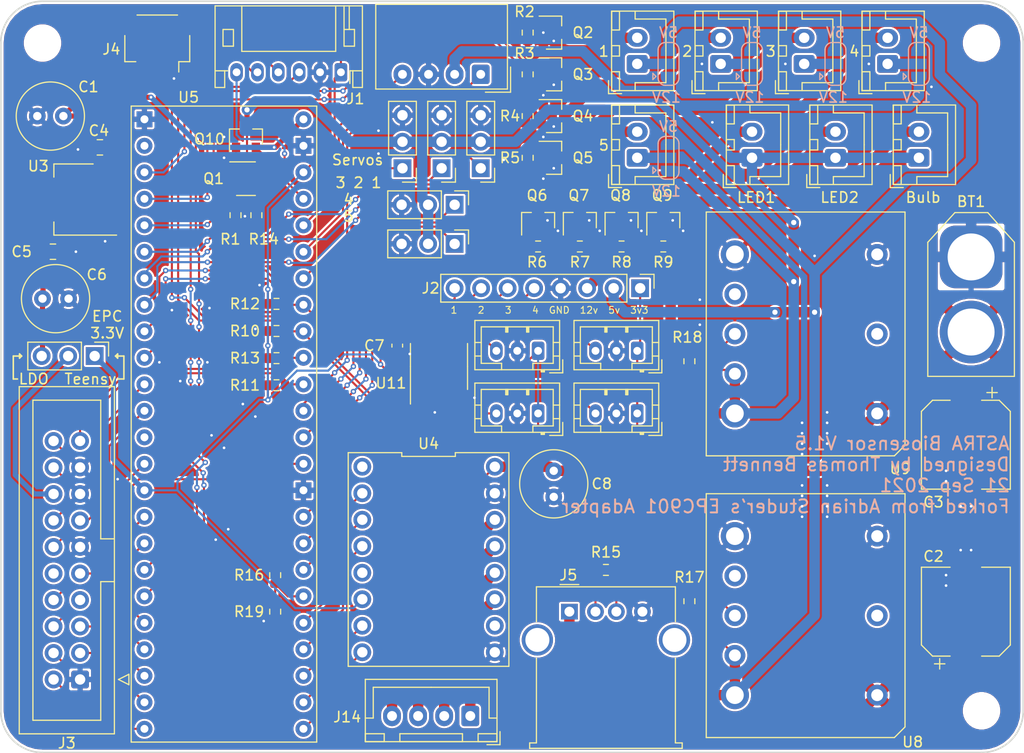
<source format=kicad_pcb>
(kicad_pcb (version 20171130) (host pcbnew "(5.1.10)-1")
  (title_block (title "epc901 Breakout to Shield Adapter") (rev A) (company "(C)2020 Adrian Studer") (comment 1 "CERN Open Hardware Licence Version 2 - Permissive"))
  (layers (0 F.Cu signal) (31 B.Cu signal) (34 B.Paste user) (35 F.Paste user) (36 B.SilkS user) (37 F.SilkS user) (38 B.Mask user) (39 F.Mask user) (44 Edge.Cuts user))
  (net 0 "")
  (net 1 +5V)
  (net 2 GND)
  (net 3 +3V3)
  (net 4 /V_BAT)
  (net 5 "Net-(C5-Pad1)")
  (net 6 /Angle_CS)
  (net 7 /SCK1)
  (net 8 /CIPO1)
  (net 9 /COPI1)
  (net 10 /IO4)
  (net 11 /IO3)
  (net 12 /IO2)
  (net 13 /IO1)
  (net 14 +12V)
  (net 15 +5VP)
  (net 16 /SCL)
  (net 17 /READ)
  (net 18 /VCC_3V3)
  (net 19 /ADC_CS)
  (net 20 /ADC_CLK)
  (net 21 /VIDEO_P)
  (net 22 /CLR_PIX)
  (net 23 /CLR_DATA)
  (net 24 /PWR_DOWN)
  (net 25 /SDA)
  (net 26 /ADC_DATA)
  (net 27 /VIDEO_N)
  (net 28 /SHUTTER)
  (net 29 /DATA_RDY)
  (net 30 /QWIIC_SCL)
  (net 31 /QWIIC_SDA)
  (net 32 "Net-(J5-Pad3)")
  (net 33 "Net-(J5-Pad2)")
  (net 34 "Net-(J5-Pad5)")
  (net 35 "Net-(J6-Pad2)")
  (net 36 "Net-(J6-Pad1)")
  (net 37 "Net-(J7-Pad2)")
  (net 38 "Net-(J7-Pad1)")
  (net 39 "Net-(J8-Pad2)")
  (net 40 "Net-(J8-Pad1)")
  (net 41 "Net-(J9-Pad2)")
  (net 42 "Net-(J9-Pad1)")
  (net 43 "Net-(J10-Pad2)")
  (net 44 "Net-(J10-Pad1)")
  (net 45 "Net-(J11-Pad2)")
  (net 46 "Net-(J12-Pad2)")
  (net 47 "Net-(J13-Pad2)")
  (net 48 "Net-(J14-Pad4)")
  (net 49 "Net-(J14-Pad3)")
  (net 50 "Net-(J14-Pad2)")
  (net 51 "Net-(J14-Pad1)")
  (net 52 /M1_PWM)
  (net 53 /M2_PWM)
  (net 54 /M3_PWM)
  (net 55 /M4_PWM)
  (net 56 /M5_PWM)
  (net 57 "Net-(Q1-Pad1)")
  (net 58 /MOSFET1)
  (net 59 /MOSFET2)
  (net 60 /MOSFET3)
  (net 61 /MOSFET4)
  (net 62 /MOSFET5)
  (net 63 /LED1)
  (net 64 /LED2)
  (net 65 /BULB)
  (net 66 "Net-(Q1-Pad4)")
  (net 67 "Net-(R17-Pad2)")
  (net 68 "Net-(R18-Pad2)")
  (net 69 /Hall_SW_1)
  (net 70 /Hall_SW_2)
  (net 71 /STEP_DIR)
  (net 72 /STEP_STEP)
  (net 73 /Lynx_TX)
  (net 74 /Lynx_RX)
  (net 75 /Hall_SW_3)
  (net 76 /Hall_SW_4)
  (net 77 /V_BAT_Div)
  (net 78 /STEP_DMODE2)
  (net 79 /STEP_DMODE1)
  (net 80 /STEP_DMODE0)
  (net 81 /VDD_OA)
  (net 82 /GND_OA)
  (net 83 "Net-(U4-Pad10)")
  (net 84 "Net-(U4-Pad5)")
  (net 85 "Net-(U4-Pad1)")
  (net 86 "Net-(U5-Pad13)")
  (net 87 "Net-(U5-Pad2)")
  (net 88 "Net-(U8-Pad5)")
  (net 89 "Net-(U8-Pad2)")
  (net 90 "Net-(U9-Pad5)")
  (net 91 "Net-(U9-Pad2)")
  (module Connector_JST:JST_PH_S6B-PH-K_1x06_P2.00mm_Horizontal (layer F.Cu) (at 141.598 113.165 180)
    (fp_text reference J1 (at -1.4 -2.55) (layer F.SilkS))
    (fp_text value "Angle Sensor")
    (pad 6 thru_hole oval (at 10 0 180) (size 1.2 1.75) (drill 0.75) (layers *.Cu *.Mask) (net 6 /Angle_CS))
    (pad 5 thru_hole oval (at 8 0 180) (size 1.2 1.75) (drill 0.75) (layers *.Cu *.Mask) (net 7 /SCK1))
    (pad 4 thru_hole oval (at 6 0 180) (size 1.2 1.75) (drill 0.75) (layers *.Cu *.Mask) (net 8 /CIPO1))
    (pad 3 thru_hole oval (at 4 0 180) (size 1.2 1.75) (drill 0.75) (layers *.Cu *.Mask) (net 9 /COPI1))
    (pad 2 thru_hole oval (at 2 0 180) (size 1.2 1.75) (drill 0.75) (layers *.Cu *.Mask) (net 2 GND))
    (pad 1 thru_hole roundrect (at 0 0 180) (size 1.2 1.75) (drill 0.75) (layers *.Cu *.Mask) (roundrect_rratio 0.208333) (net 3 +3V3))
  )
  (module MountingHole:MountingHole_3.2mm_M3 (layer F.Cu) (at 202.998 174.365)
    (fp_text reference H3 hide)
    (fp_text value MountingHole)
    (pad 1 np_thru_hole circle (at 0 0) (size 3.2 3.2) (drill 3.2) (layers *.Cu *.Mask))
  )
  (module MountingHole:MountingHole_3.2mm_M3 (layer F.Cu) (at 202.998 110.365)
    (fp_text reference H2 hide)
    (fp_text value MountingHole)
    (pad 1 np_thru_hole circle (at 0 0) (size 3.2 3.2) (drill 3.2) (layers *.Cu *.Mask))
  )
  (module MountingHole:MountingHole_3.2mm_M3 (layer F.Cu) (at 112.998 110.365)
    (fp_text reference H1 hide)
    (fp_text value MountingHole)
    (pad 1 np_thru_hole circle (at 0 0) (size 3.2 3.2) (drill 3.2) (layers *.Cu *.Mask))
  )
  (module Package_SO:TSSOP-16_4.4x5mm_P0.65mm (layer F.Cu) (at 150.998 141.365 90)
    (fp_text reference U11 (at -1.6 -4.6 180) (layer F.SilkS))
    (fp_text value PCA9557)
    (pad 16 smd roundrect (at 2.8625 -2.275 90) (size 1.475 0.4) (layers F.Cu F.Paste F.Mask) (net 3 +3V3))
    (pad 15 smd roundrect (at 2.8625 -1.625 90) (size 1.475 0.4) (layers F.Cu F.Paste F.Mask) (net 3 +3V3))
    (pad 14 smd roundrect (at 2.8625 -0.975 90) (size 1.475 0.4) (layers F.Cu F.Paste F.Mask) (net 10 /IO4))
    (pad 13 smd roundrect (at 2.8625 -0.325 90) (size 1.475 0.4) (layers F.Cu F.Paste F.Mask) (net 11 /IO3))
    (pad 12 smd roundrect (at 2.8625 0.325 90) (size 1.475 0.4) (layers F.Cu F.Paste F.Mask) (net 12 /IO2))
    (pad 11 smd roundrect (at 2.8625 0.975 90) (size 1.475 0.4) (layers F.Cu F.Paste F.Mask) (net 13 /IO1))
    (pad 10 smd roundrect (at 2.8625 1.625 90) (size 1.475 0.4) (layers F.Cu F.Paste F.Mask) (net 76 /Hall_SW_4))
    (pad 9 smd roundrect (at 2.8625 2.275 90) (size 1.475 0.4) (layers F.Cu F.Paste F.Mask) (net 75 /Hall_SW_3))
    (pad 8 smd roundrect (at -2.8625 2.275 90) (size 1.475 0.4) (layers F.Cu F.Paste F.Mask) (net 2 GND))
    (pad 7 smd roundrect (at -2.8625 1.625 90) (size 1.475 0.4) (layers F.Cu F.Paste F.Mask) (net 70 /Hall_SW_2))
    (pad 6 smd roundrect (at -2.8625 0.975 90) (size 1.475 0.4) (layers F.Cu F.Paste F.Mask) (net 69 /Hall_SW_1))
    (pad 5 smd roundrect (at -2.8625 0.325 90) (size 1.475 0.4) (layers F.Cu F.Paste F.Mask) (net 2 GND))
    (pad 4 smd roundrect (at -2.8625 -0.325 90) (size 1.475 0.4) (layers F.Cu F.Paste F.Mask) (net 2 GND))
    (pad 3 smd roundrect (at -2.8625 -0.975 90) (size 1.475 0.4) (layers F.Cu F.Paste F.Mask) (net 2 GND))
    (pad 2 smd roundrect (at -2.8625 -1.625 90) (size 1.475 0.4) (layers F.Cu F.Paste F.Mask) (net 31 /QWIIC_SDA))
    (pad 1 smd roundrect (at -2.8625 -2.275 90) (size 1.475 0.4) (layers F.Cu F.Paste F.Mask) (net 30 /QWIIC_SCL))
  )
  (module Connector_Molex:Molex_SPOX_5268-04A_1x04_P2.50mm_Horizontal (layer F.Cu) (at 154.998 113.365 180)
    (fp_text reference U10 hide)
    (fp_text value LynxServo)
    (pad 4 thru_hole oval (at 7.5 0 180) (size 1.7 1.85) (drill 0.85) (layers *.Cu *.Mask) (net 73 /Lynx_TX))
    (pad 3 thru_hole oval (at 5 0 180) (size 1.7 1.85) (drill 0.85) (layers *.Cu *.Mask) (net 2 GND))
    (pad 2 thru_hole oval (at 2.5 0 180) (size 1.7 1.85) (drill 0.85) (layers *.Cu *.Mask) (net 14 +12V))
    (pad 1 thru_hole roundrect (at 0 0 180) (size 1.7 1.85) (drill 0.85) (layers *.Cu *.Mask) (roundrect_rratio 0.147059) (net 74 /Lynx_RX))
  )
  (module ASTRA_Footprints:Power_Supply_32nd_Brick (layer F.Cu) (at 192.998 145.865 180)
    (fp_text reference U9 (at -2.2 -5.3) (layer F.SilkS))
    (fp_text value TDK_I3A4W008A033V)
    (pad 8 thru_hole circle (at 13.6398 0 180) (size 2.7 2.7) (drill 1.7) (layers *.Cu *.Mask) (net 14 +12V))
    (pad 7 thru_hole circle (at 13.6398 3.81 180) (size 2 2) (drill 1.15) (layers *.Cu *.Mask) (net 14 +12V))
    (pad 6 thru_hole circle (at 13.6398 7.62 180) (size 2 2) (drill 1.15) (layers *.Cu *.Mask) (net 68 "Net-(R18-Pad2)"))
    (pad 5 thru_hole circle (at 13.6398 11.43 180) (size 2 2) (drill 1.15) (layers *.Cu *.Mask) (net 90 "Net-(U9-Pad5)"))
    (pad 4 thru_hole circle (at 13.6398 15.24 180) (size 2.7 2.7) (drill 1.7) (layers *.Cu *.Mask) (net 2 GND))
    (pad 3 thru_hole circle (at 0 15.24 180) (size 2 2) (drill 1.15) (layers *.Cu *.Mask) (net 2 GND))
    (pad 2 thru_hole circle (at 0 7.62 180) (size 2 2) (drill 1.15) (layers *.Cu *.Mask) (net 91 "Net-(U9-Pad2)"))
    (pad 1 thru_hole circle (at 0 0 180) (size 2 2) (drill 1.15) (layers *.Cu *.Mask) (net 4 /V_BAT))
  )
  (module ASTRA_Footprints:Power_Supply_32nd_Brick (layer F.Cu) (at 192.998 172.865 180)
    (fp_text reference U8 (at -3.4 -4.5) (layer F.SilkS))
    (fp_text value TDK_I3A4W008A033V)
    (pad 8 thru_hole circle (at 13.6398 0 180) (size 2.7 2.7) (drill 1.7) (layers *.Cu *.Mask) (net 15 +5VP))
    (pad 7 thru_hole circle (at 13.6398 3.81 180) (size 2 2) (drill 1.15) (layers *.Cu *.Mask) (net 15 +5VP))
    (pad 6 thru_hole circle (at 13.6398 7.62 180) (size 2 2) (drill 1.15) (layers *.Cu *.Mask) (net 67 "Net-(R17-Pad2)"))
    (pad 5 thru_hole circle (at 13.6398 11.43 180) (size 2 2) (drill 1.15) (layers *.Cu *.Mask) (net 88 "Net-(U8-Pad5)"))
    (pad 4 thru_hole circle (at 13.6398 15.24 180) (size 2.7 2.7) (drill 1.7) (layers *.Cu *.Mask) (net 2 GND))
    (pad 3 thru_hole circle (at 0 15.24 180) (size 2 2) (drill 1.15) (layers *.Cu *.Mask) (net 2 GND))
    (pad 2 thru_hole circle (at 0 7.62 180) (size 2 2) (drill 1.15) (layers *.Cu *.Mask) (net 89 "Net-(U8-Pad2)"))
    (pad 1 thru_hole circle (at 0 0 180) (size 2 2) (drill 1.15) (layers *.Cu *.Mask) (net 4 /V_BAT))
  )
  (module Connector_JST:JST_PH_B3B-PH-K_1x03_P2.00mm_Vertical (layer F.Cu) (at 169.998 139.865 180)
    (fp_text reference U7 hide)
    (fp_text value AH1815-P-B)
    (pad 3 thru_hole oval (at 4 0 180) (size 1.2 1.75) (drill 0.75) (layers *.Cu *.Mask) (net 76 /Hall_SW_4))
    (pad 2 thru_hole oval (at 2 0 180) (size 1.2 1.75) (drill 0.75) (layers *.Cu *.Mask) (net 2 GND))
    (pad 1 thru_hole roundrect (at 0 0 180) (size 1.2 1.75) (drill 0.75) (layers *.Cu *.Mask) (roundrect_rratio 0.208333) (net 3 +3V3))
  )
  (module Connector_JST:JST_PH_B3B-PH-K_1x03_P2.00mm_Vertical (layer F.Cu) (at 160.498 139.865 180)
    (fp_text reference U6 hide)
    (fp_text value AH1815-P-B)
    (pad 3 thru_hole oval (at 4 0 180) (size 1.2 1.75) (drill 0.75) (layers *.Cu *.Mask) (net 75 /Hall_SW_3))
    (pad 2 thru_hole oval (at 2 0 180) (size 1.2 1.75) (drill 0.75) (layers *.Cu *.Mask) (net 2 GND))
    (pad 1 thru_hole roundrect (at 0 0 180) (size 1.2 1.75) (drill 0.75) (layers *.Cu *.Mask) (roundrect_rratio 0.208333) (net 3 +3V3))
  )
  (module ASTRA_Footprints:Teensy4.1 (layer F.Cu) (at 121.498 177.365)
    (fp_text reference U5 (at 5.5 -61.8) (layer F.SilkS))
    (fp_text value Teensy_4.1)
    (pad 48 thru_hole circle (at 16.51 -21.59) (size 1.524 1.524) (drill 0.762) (layers *.Cu *.Mask) (net 63 /LED1))
    (pad 47 thru_hole circle (at 16.51 -19.05) (size 1.524 1.524) (drill 0.762) (layers *.Cu *.Mask) (net 64 /LED2))
    (pad 46 thru_hole circle (at 16.51 -16.51) (size 1.524 1.524) (drill 0.762) (layers *.Cu *.Mask) (net 65 /BULB))
    (pad 45 thru_hole circle (at 16.51 -13.97) (size 1.524 1.524) (drill 0.762) (layers *.Cu *.Mask) (net 77 /V_BAT_Div))
    (pad 44 thru_hole circle (at 16.51 -11.43) (size 1.524 1.524) (drill 0.762) (layers *.Cu *.Mask) (net 80 /STEP_DMODE0))
    (pad 43 thru_hole circle (at 16.51 -8.89) (size 1.524 1.524) (drill 0.762) (layers *.Cu *.Mask) (net 79 /STEP_DMODE1))
    (pad 42 thru_hole circle (at 16.51 -6.35) (size 1.524 1.524) (drill 0.762) (layers *.Cu *.Mask) (net 78 /STEP_DMODE2))
    (pad 41 thru_hole circle (at 16.51 -3.81) (size 1.524 1.524) (drill 0.762) (layers *.Cu *.Mask) (net 72 /STEP_STEP))
    (pad 40 thru_hole circle (at 16.51 -1.27) (size 1.524 1.524) (drill 0.762) (layers *.Cu *.Mask) (net 71 /STEP_DIR))
    (pad 39 thru_hole circle (at 1.27 -1.27) (size 1.524 1.524) (drill 0.762) (layers *.Cu *.Mask) (net 24 /PWR_DOWN))
    (pad 38 thru_hole circle (at 1.27 -3.81) (size 1.524 1.524) (drill 0.762) (layers *.Cu *.Mask) (net 23 /CLR_DATA))
    (pad 37 thru_hole circle (at 1.27 -6.35) (size 1.524 1.524) (drill 0.762) (layers *.Cu *.Mask) (net 29 /DATA_RDY))
    (pad 36 thru_hole circle (at 1.27 -8.89) (size 1.524 1.524) (drill 0.762) (layers *.Cu *.Mask) (net 28 /SHUTTER))
    (pad 35 thru_hole circle (at 1.27 -11.43) (size 1.524 1.524) (drill 0.762) (layers *.Cu *.Mask) (net 22 /CLR_PIX))
    (pad 34 thru_hole circle (at 1.27 -13.97) (size 1.524 1.524) (drill 0.762) (layers *.Cu *.Mask) (net 7 /SCK1))
    (pad 33 thru_hole circle (at 1.27 -16.51) (size 1.524 1.524) (drill 0.762) (layers *.Cu *.Mask) (net 9 /COPI1))
    (pad 32 thru_hole circle (at 1.27 -19.05) (size 1.524 1.524) (drill 0.762) (layers *.Cu *.Mask) (net 27 /VIDEO_N))
    (pad 31 thru_hole circle (at 1.27 -21.59) (size 1.524 1.524) (drill 0.762) (layers *.Cu *.Mask) (net 21 /VIDEO_P))
    (pad 30 thru_hole circle (at 16.51 -59.69) (size 1.524 1.524) (drill 0.762) (layers *.Cu *.Mask) (net 1 +5V))
    (pad 29 thru_hole rect (at 16.51 -57.15) (size 1.524 1.524) (drill 0.762) (layers *.Cu *.Mask) (net 2 GND))
    (pad 28 thru_hole circle (at 16.51 -54.61) (size 1.524 1.524) (drill 0.762) (layers *.Cu *.Mask) (net 3 +3V3))
    (pad 27 thru_hole circle (at 16.51 -52.07) (size 1.524 1.524) (drill 0.762) (layers *.Cu *.Mask) (net 6 /Angle_CS))
    (pad 26 thru_hole circle (at 16.51 -49.53) (size 1.524 1.524) (drill 0.762) (layers *.Cu *.Mask) (net 60 /MOSFET3))
    (pad 25 thru_hole circle (at 16.51 -46.99) (size 1.524 1.524) (drill 0.762) (layers *.Cu *.Mask) (net 73 /Lynx_TX))
    (pad 24 thru_hole circle (at 16.51 -44.45) (size 1.524 1.524) (drill 0.762) (layers *.Cu *.Mask) (net 74 /Lynx_RX))
    (pad 23 thru_hole circle (at 16.51 -41.91) (size 1.524 1.524) (drill 0.762) (layers *.Cu *.Mask) (net 30 /QWIIC_SCL))
    (pad 22 thru_hole circle (at 16.51 -39.37) (size 1.524 1.524) (drill 0.762) (layers *.Cu *.Mask) (net 31 /QWIIC_SDA))
    (pad 21 thru_hole circle (at 16.51 -36.83) (size 1.524 1.524) (drill 0.762) (layers *.Cu *.Mask) (net 25 /SDA))
    (pad 20 thru_hole circle (at 16.51 -34.29) (size 1.524 1.524) (drill 0.762) (layers *.Cu *.Mask) (net 16 /SCL))
    (pad 19 thru_hole circle (at 16.51 -31.75) (size 1.524 1.524) (drill 0.762) (layers *.Cu *.Mask) (net 61 /MOSFET4))
    (pad 18 thru_hole circle (at 16.51 -29.21) (size 1.524 1.524) (drill 0.762) (layers *.Cu *.Mask) (net 62 /MOSFET5))
    (pad 17 thru_hole circle (at 16.51 -26.67) (size 1.524 1.524) (drill 0.762) (layers *.Cu *.Mask) (net 20 /ADC_CLK))
    (pad 16 thru_hole rect (at 16.51 -24.13) (size 1.524 1.524) (drill 0.762) (layers *.Cu *.Mask) (net 2 GND))
    (pad 15 thru_hole circle (at 1.27 -24.13) (size 1.524 1.524) (drill 0.762) (layers *.Cu *.Mask) (net 3 +3V3))
    (pad 14 thru_hole circle (at 1.27 -26.67) (size 1.524 1.524) (drill 0.762) (layers *.Cu *.Mask) (net 26 /ADC_DATA))
    (pad 13 thru_hole circle (at 1.27 -29.21) (size 1.524 1.524) (drill 0.762) (layers *.Cu *.Mask) (net 86 "Net-(U5-Pad13)"))
    (pad 12 thru_hole circle (at 1.27 -31.75) (size 1.524 1.524) (drill 0.762) (layers *.Cu *.Mask) (net 19 /ADC_CS))
    (pad 11 thru_hole circle (at 1.27 -34.29) (size 1.524 1.524) (drill 0.762) (layers *.Cu *.Mask) (net 17 /READ))
    (pad 10 thru_hole circle (at 1.27 -36.83) (size 1.524 1.524) (drill 0.762) (layers *.Cu *.Mask) (net 56 /M5_PWM))
    (pad 9 thru_hole circle (at 1.27 -39.37) (size 1.524 1.524) (drill 0.762) (layers *.Cu *.Mask) (net 55 /M4_PWM))
    (pad 8 thru_hole circle (at 1.27 -41.91) (size 1.524 1.524) (drill 0.762) (layers *.Cu *.Mask) (net 52 /M1_PWM))
    (pad 7 thru_hole circle (at 1.27 -44.45) (size 1.524 1.524) (drill 0.762) (layers *.Cu *.Mask) (net 53 /M2_PWM))
    (pad 6 thru_hole circle (at 1.27 -46.99) (size 1.524 1.524) (drill 0.762) (layers *.Cu *.Mask) (net 54 /M3_PWM))
    (pad 5 thru_hole circle (at 1.27 -49.53) (size 1.524 1.524) (drill 0.762) (layers *.Cu *.Mask) (net 59 /MOSFET2))
    (pad 4 thru_hole circle (at 1.27 -52.07) (size 1.524 1.524) (drill 0.762) (layers *.Cu *.Mask) (net 58 /MOSFET1))
    (pad 3 thru_hole circle (at 1.27 -54.61) (size 1.524 1.524) (drill 0.762) (layers *.Cu *.Mask) (net 8 /CIPO1))
    (pad 2 thru_hole circle (at 1.27 -57.15) (size 1.524 1.524) (drill 0.762) (layers *.Cu *.Mask) (net 87 "Net-(U5-Pad2)"))
    (pad 1 thru_hole rect (at 1.27 -59.69) (size 1.524 1.524) (drill 0.762) (layers *.Cu *.Mask) (net 2 GND))
  )
  (module ASTRA_Footprints:DIP-16_500 (layer F.Cu) (at 149.998 159.865 270)
    (fp_text reference U4 (at -11.1 0) (layer F.SilkS))
    (fp_text value Pololu_Compact_TB67S249FTG)
    (pad 8 thru_hole circle (at 8.89 6.35 270) (size 1.7 1.7) (drill 1) (layers *.Cu *.Mask) (net 71 /STEP_DIR))
    (pad 9 thru_hole circle (at 8.89 -6.35 270) (size 1.7 1.7) (drill 1) (layers *.Cu *.Mask) (net 2 GND))
    (pad 7 thru_hole circle (at 6.35 6.35 270) (size 1.7 1.7) (drill 1) (layers *.Cu *.Mask) (net 72 /STEP_STEP))
    (pad 10 thru_hole circle (at 6.35 -6.35 270) (size 1.7 1.7) (drill 1) (layers *.Cu *.Mask) (net 83 "Net-(U4-Pad10)"))
    (pad 6 thru_hole circle (at 3.81 6.35 270) (size 1.7 1.7) (drill 1) (layers *.Cu *.Mask) (net 3 +3V3))
    (pad 11 thru_hole circle (at 3.81 -6.35 270) (size 1.7 1.7) (drill 1) (layers *.Cu *.Mask) (net 51 "Net-(J14-Pad1)"))
    (pad 5 thru_hole circle (at 1.27 6.35 270) (size 1.7 1.7) (drill 1) (layers *.Cu *.Mask) (net 84 "Net-(U4-Pad5)"))
    (pad 12 thru_hole circle (at 1.27 -6.35 270) (size 1.7 1.7) (drill 1) (layers *.Cu *.Mask) (net 50 "Net-(J14-Pad2)"))
    (pad 4 thru_hole circle (at -1.27 6.35 270) (size 1.7 1.7) (drill 1) (layers *.Cu *.Mask) (net 78 /STEP_DMODE2))
    (pad 13 thru_hole circle (at -1.27 -6.35 270) (size 1.7 1.7) (drill 1) (layers *.Cu *.Mask) (net 49 "Net-(J14-Pad3)"))
    (pad 3 thru_hole circle (at -3.81 6.35 270) (size 1.7 1.7) (drill 1) (layers *.Cu *.Mask) (net 79 /STEP_DMODE1))
    (pad 14 thru_hole circle (at -3.81 -6.35 270) (size 1.7 1.7) (drill 1) (layers *.Cu *.Mask) (net 48 "Net-(J14-Pad4)"))
    (pad 2 thru_hole circle (at -6.35 6.35 270) (size 1.7 1.7) (drill 1) (layers *.Cu *.Mask) (net 80 /STEP_DMODE0))
    (pad 15 thru_hole circle (at -6.35 -6.35 270) (size 1.7 1.7) (drill 1) (layers *.Cu *.Mask) (net 2 GND))
    (pad 1 thru_hole circle (at -8.89 6.35 270) (size 1.7 1.7) (drill 1) (layers *.Cu *.Mask) (net 85 "Net-(U4-Pad1)"))
    (pad 16 thru_hole circle (at -8.89 -6.35 270) (size 1.7 1.7) (drill 1) (layers *.Cu *.Mask) (net 4 /V_BAT))
  )
  (module Package_TO_SOT_SMD:SOT-223-3_TabPin2 (layer F.Cu) (at 115.998 125.365 180)
    (fp_text reference U3 (at 3.4 3.2) (layer F.SilkS))
    (fp_text value "3.3V LDO")
    (pad 1 smd rect (at -3.15 -2.3 180) (size 2 1.5) (layers F.Cu F.Paste F.Mask) (net 2 GND))
    (pad 3 smd rect (at -3.15 2.3 180) (size 2 1.5) (layers F.Cu F.Paste F.Mask) (net 1 +5V))
    (pad 2 smd rect (at -3.15 0 180) (size 2 1.5) (layers F.Cu F.Paste F.Mask) (net 5 "Net-(C5-Pad1)"))
    (pad 2 smd rect (at 3.15 0 180) (size 2 3.8) (layers F.Cu F.Paste F.Mask) (net 5 "Net-(C5-Pad1)"))
  )
  (module Connector_JST:JST_PH_B3B-PH-K_1x03_P2.00mm_Vertical (layer F.Cu) (at 160.498 145.865 180)
    (fp_text reference U2 hide)
    (fp_text value AH1815-P-B)
    (pad 3 thru_hole oval (at 4 0 180) (size 1.2 1.75) (drill 0.75) (layers *.Cu *.Mask) (net 70 /Hall_SW_2))
    (pad 2 thru_hole oval (at 2 0 180) (size 1.2 1.75) (drill 0.75) (layers *.Cu *.Mask) (net 2 GND))
    (pad 1 thru_hole roundrect (at 0 0 180) (size 1.2 1.75) (drill 0.75) (layers *.Cu *.Mask) (roundrect_rratio 0.208333) (net 3 +3V3))
  )
  (module Connector_JST:JST_PH_B3B-PH-K_1x03_P2.00mm_Vertical (layer F.Cu) (at 169.998 145.865 180)
    (fp_text reference U1 hide)
    (fp_text value AH1815-P-B)
    (pad 3 thru_hole oval (at 4 0 180) (size 1.2 1.75) (drill 0.75) (layers *.Cu *.Mask) (net 69 /Hall_SW_1))
    (pad 2 thru_hole oval (at 2 0 180) (size 1.2 1.75) (drill 0.75) (layers *.Cu *.Mask) (net 2 GND))
    (pad 1 thru_hole roundrect (at 0 0 180) (size 1.2 1.75) (drill 0.75) (layers *.Cu *.Mask) (roundrect_rratio 0.208333) (net 3 +3V3))
  )
  (module Resistor_SMD:R_0603_1608Metric (layer F.Cu) (at 135.298 164.865 270)
    (fp_text reference R19 (at 0 2.5 180) (layer F.SilkS))
    (fp_text value 10k)
    (pad 2 smd roundrect (at 0.825 0 270) (size 0.8 0.95) (layers F.Cu F.Paste F.Mask) (net 2 GND))
    (pad 1 smd roundrect (at -0.825 0 270) (size 0.8 0.95) (layers F.Cu F.Paste F.Mask) (net 77 /V_BAT_Div))
  )
  (module Resistor_SMD:R_0603_1608Metric (layer F.Cu) (at 174.998 140.865 90)
    (fp_text reference R18 (at 2.3 -0.2 180) (layer F.SilkS))
    (fp_text value 1.82k)
    (pad 2 smd roundrect (at 0.825 0 90) (size 0.8 0.95) (layers F.Cu F.Paste F.Mask) (net 68 "Net-(R18-Pad2)"))
    (pad 1 smd roundrect (at -0.825 0 90) (size 0.8 0.95) (layers F.Cu F.Paste F.Mask) (net 14 +12V))
  )
  (module Resistor_SMD:R_0603_1608Metric (layer F.Cu) (at 174.998 163.865 90)
    (fp_text reference R17 (at 2.3 0 180) (layer F.SilkS))
    (fp_text value 8.45k)
    (pad 2 smd roundrect (at 0.825 0 90) (size 0.8 0.95) (layers F.Cu F.Paste F.Mask) (net 67 "Net-(R17-Pad2)"))
    (pad 1 smd roundrect (at -0.825 0 90) (size 0.8 0.95) (layers F.Cu F.Paste F.Mask) (net 15 +5VP))
  )
  (module Resistor_SMD:R_0603_1608Metric (layer F.Cu) (at 135.298 161.365 270)
    (fp_text reference R16 (at 0 2.5 180) (layer F.SilkS))
    (fp_text value 113k)
    (pad 2 smd roundrect (at 0.825 0 270) (size 0.8 0.95) (layers F.Cu F.Paste F.Mask) (net 77 /V_BAT_Div))
    (pad 1 smd roundrect (at -0.825 0 270) (size 0.8 0.95) (layers F.Cu F.Paste F.Mask) (net 4 /V_BAT))
  )
  (module Resistor_SMD:R_0603_1608Metric (layer F.Cu) (at 166.998 160.865 180)
    (fp_text reference R15 (at 0 1.7) (layer F.SilkS))
    (fp_text value 200)
    (pad 2 smd roundrect (at 0.825 0 180) (size 0.8 0.95) (layers F.Cu F.Paste F.Mask) (net 33 "Net-(J5-Pad2)"))
    (pad 1 smd roundrect (at -0.825 0 180) (size 0.8 0.95) (layers F.Cu F.Paste F.Mask) (net 32 "Net-(J5-Pad3)"))
  )
  (module Resistor_SMD:R_0603_1608Metric (layer F.Cu) (at 133.498 126.865 270)
    (fp_text reference R14 (at 2.3 -0.7 180) (layer F.SilkS))
    (fp_text value 47k)
    (pad 2 smd roundrect (at 0.825 0 270) (size 0.8 0.95) (layers F.Cu F.Paste F.Mask) (net 2 GND))
    (pad 1 smd roundrect (at -0.825 0 270) (size 0.8 0.95) (layers F.Cu F.Paste F.Mask) (net 66 "Net-(Q1-Pad4)"))
  )
  (module Resistor_SMD:R_0603_1608Metric (layer F.Cu) (at 135.423 140.565)
    (fp_text reference R13 (at -3.025 0) (layer F.SilkS))
    (fp_text value 10k)
    (pad 2 smd roundrect (at 0.825 0) (size 0.8 0.95) (layers F.Cu F.Paste F.Mask) (net 25 /SDA))
    (pad 1 smd roundrect (at -0.825 0) (size 0.8 0.95) (layers F.Cu F.Paste F.Mask) (net 3 +3V3))
  )
  (module Resistor_SMD:R_0603_1608Metric (layer F.Cu) (at 135.423 135.365)
    (fp_text reference R12 (at -3.025 0) (layer F.SilkS))
    (fp_text value 10k)
    (pad 2 smd roundrect (at 0.825 0) (size 0.8 0.95) (layers F.Cu F.Paste F.Mask) (net 30 /QWIIC_SCL))
    (pad 1 smd roundrect (at -0.825 0) (size 0.8 0.95) (layers F.Cu F.Paste F.Mask) (net 3 +3V3))
  )
  (module Resistor_SMD:R_0603_1608Metric (layer F.Cu) (at 135.423 143.165)
    (fp_text reference R11 (at -3.025 0) (layer F.SilkS))
    (fp_text value 10k)
    (pad 2 smd roundrect (at 0.825 0) (size 0.8 0.95) (layers F.Cu F.Paste F.Mask) (net 16 /SCL))
    (pad 1 smd roundrect (at -0.825 0) (size 0.8 0.95) (layers F.Cu F.Paste F.Mask) (net 3 +3V3))
  )
  (module Resistor_SMD:R_0603_1608Metric (layer F.Cu) (at 135.423 137.965)
    (fp_text reference R10 (at -3.025 0) (layer F.SilkS))
    (fp_text value 10k)
    (pad 2 smd roundrect (at 0.825 0) (size 0.8 0.95) (layers F.Cu F.Paste F.Mask) (net 31 /QWIIC_SDA))
    (pad 1 smd roundrect (at -0.825 0) (size 0.8 0.95) (layers F.Cu F.Paste F.Mask) (net 3 +3V3))
  )
  (module Resistor_SMD:R_0603_1608Metric (layer F.Cu) (at 172.498 129.865)
    (fp_text reference R9 (at 0 1.5) (layer F.SilkS))
    (fp_text value 10k)
    (pad 2 smd roundrect (at 0.825 0) (size 0.8 0.95) (layers F.Cu F.Paste F.Mask) (net 2 GND))
    (pad 1 smd roundrect (at -0.825 0) (size 0.8 0.95) (layers F.Cu F.Paste F.Mask) (net 65 /BULB))
  )
  (module Resistor_SMD:R_0603_1608Metric (layer F.Cu) (at 168.498 129.865)
    (fp_text reference R8 (at 0 1.5) (layer F.SilkS))
    (fp_text value 10k)
    (pad 2 smd roundrect (at 0.825 0) (size 0.8 0.95) (layers F.Cu F.Paste F.Mask) (net 2 GND))
    (pad 1 smd roundrect (at -0.825 0) (size 0.8 0.95) (layers F.Cu F.Paste F.Mask) (net 64 /LED2))
  )
  (module Resistor_SMD:R_0603_1608Metric (layer F.Cu) (at 164.498 129.865)
    (fp_text reference R7 (at 0 1.5) (layer F.SilkS))
    (fp_text value 10k)
    (pad 2 smd roundrect (at 0.825 0) (size 0.8 0.95) (layers F.Cu F.Paste F.Mask) (net 2 GND))
    (pad 1 smd roundrect (at -0.825 0) (size 0.8 0.95) (layers F.Cu F.Paste F.Mask) (net 63 /LED1))
  )
  (module Resistor_SMD:R_0603_1608Metric (layer F.Cu) (at 160.498 129.865)
    (fp_text reference R6 (at -0.1 1.5) (layer F.SilkS))
    (fp_text value 10k)
    (pad 2 smd roundrect (at 0.825 0) (size 0.8 0.95) (layers F.Cu F.Paste F.Mask) (net 2 GND))
    (pad 1 smd roundrect (at -0.825 0) (size 0.8 0.95) (layers F.Cu F.Paste F.Mask) (net 62 /MOSFET5))
  )
  (module Resistor_SMD:R_0603_1608Metric (layer F.Cu) (at 159.498 121.365 270)
    (fp_text reference R5 (at 0 1.7 180) (layer F.SilkS))
    (fp_text value 10k)
    (pad 2 smd roundrect (at 0.825 0 270) (size 0.8 0.95) (layers F.Cu F.Paste F.Mask) (net 2 GND))
    (pad 1 smd roundrect (at -0.825 0 270) (size 0.8 0.95) (layers F.Cu F.Paste F.Mask) (net 61 /MOSFET4))
  )
  (module Resistor_SMD:R_0603_1608Metric (layer F.Cu) (at 159.498 117.365 270)
    (fp_text reference R4 (at 0 1.7 180) (layer F.SilkS))
    (fp_text value 10k)
    (pad 2 smd roundrect (at 0.825 0 270) (size 0.8 0.95) (layers F.Cu F.Paste F.Mask) (net 2 GND))
    (pad 1 smd roundrect (at -0.825 0 270) (size 0.8 0.95) (layers F.Cu F.Paste F.Mask) (net 60 /MOSFET3))
  )
  (module Resistor_SMD:R_0603_1608Metric (layer F.Cu) (at 159.498 113.365 270)
    (fp_text reference R3 (at -2 0.3 180) (layer F.SilkS))
    (fp_text value 10k)
    (pad 2 smd roundrect (at 0.825 0 270) (size 0.8 0.95) (layers F.Cu F.Paste F.Mask) (net 2 GND))
    (pad 1 smd roundrect (at -0.825 0 270) (size 0.8 0.95) (layers F.Cu F.Paste F.Mask) (net 59 /MOSFET2))
  )
  (module Resistor_SMD:R_0603_1608Metric (layer F.Cu) (at 159.498 109.365 270)
    (fp_text reference R2 (at -2 0.3 180) (layer F.SilkS))
    (fp_text value 10k)
    (pad 2 smd roundrect (at 0.825 0 270) (size 0.8 0.95) (layers F.Cu F.Paste F.Mask) (net 2 GND))
    (pad 1 smd roundrect (at -0.825 0 270) (size 0.8 0.95) (layers F.Cu F.Paste F.Mask) (net 58 /MOSFET1))
  )
  (module Resistor_SMD:R_0603_1608Metric (layer F.Cu) (at 131.498 126.865 270)
    (fp_text reference R1 (at 2.3 0.5 180) (layer F.SilkS))
    (fp_text value 10k)
    (pad 2 smd roundrect (at 0.825 0 270) (size 0.8 0.95) (layers F.Cu F.Paste F.Mask) (net 2 GND))
    (pad 1 smd roundrect (at -0.825 0 270) (size 0.8 0.95) (layers F.Cu F.Paste F.Mask) (net 57 "Net-(Q1-Pad1)"))
  )
  (module Package_TO_SOT_SMD:SOT-23 (layer F.Cu) (at 132.498 119.365 90)
    (fp_text reference Q10 (at -0.2 -3.5 180) (layer F.SilkS))
    (fp_text value Q_PMOS_GSD)
    (pad 3 smd rect (at 1 0 90) (size 0.9 0.8) (layers F.Cu F.Paste F.Mask) (net 15 +5VP))
    (pad 2 smd rect (at -1 0.95 90) (size 0.9 0.8) (layers F.Cu F.Paste F.Mask) (net 1 +5V))
    (pad 1 smd rect (at -1 -0.95 90) (size 0.9 0.8) (layers F.Cu F.Paste F.Mask) (net 66 "Net-(Q1-Pad4)"))
  )
  (module Package_TO_SOT_SMD:SOT-23 (layer F.Cu) (at 172.498 127.365 90)
    (fp_text reference Q9 (at 2.4 -0.1 180) (layer F.SilkS))
    (fp_text value Q_NMOS_GSD)
    (pad 3 smd rect (at 1 0 90) (size 0.9 0.8) (layers F.Cu F.Paste F.Mask) (net 47 "Net-(J13-Pad2)"))
    (pad 2 smd rect (at -1 0.95 90) (size 0.9 0.8) (layers F.Cu F.Paste F.Mask) (net 2 GND))
    (pad 1 smd rect (at -1 -0.95 90) (size 0.9 0.8) (layers F.Cu F.Paste F.Mask) (net 65 /BULB))
  )
  (module Package_TO_SOT_SMD:SOT-23 (layer F.Cu) (at 168.498 127.365 90)
    (fp_text reference Q8 (at 2.4 -0.1 180) (layer F.SilkS))
    (fp_text value Q_NMOS_GSD)
    (pad 3 smd rect (at 1 0 90) (size 0.9 0.8) (layers F.Cu F.Paste F.Mask) (net 46 "Net-(J12-Pad2)"))
    (pad 2 smd rect (at -1 0.95 90) (size 0.9 0.8) (layers F.Cu F.Paste F.Mask) (net 2 GND))
    (pad 1 smd rect (at -1 -0.95 90) (size 0.9 0.8) (layers F.Cu F.Paste F.Mask) (net 64 /LED2))
  )
  (module Package_TO_SOT_SMD:SOT-23 (layer F.Cu) (at 164.498 127.365 90)
    (fp_text reference Q7 (at 2.4 -0.1 180) (layer F.SilkS))
    (fp_text value Q_NMOS_GSD)
    (pad 3 smd rect (at 1 0 90) (size 0.9 0.8) (layers F.Cu F.Paste F.Mask) (net 45 "Net-(J11-Pad2)"))
    (pad 2 smd rect (at -1 0.95 90) (size 0.9 0.8) (layers F.Cu F.Paste F.Mask) (net 2 GND))
    (pad 1 smd rect (at -1 -0.95 90) (size 0.9 0.8) (layers F.Cu F.Paste F.Mask) (net 63 /LED1))
  )
  (module Package_TO_SOT_SMD:SOT-23 (layer F.Cu) (at 160.498 127.365 90)
    (fp_text reference Q6 (at 2.4 -0.1 180) (layer F.SilkS))
    (fp_text value Q_NMOS_GSD)
    (pad 3 smd rect (at 1 0 90) (size 0.9 0.8) (layers F.Cu F.Paste F.Mask) (net 43 "Net-(J10-Pad2)"))
    (pad 2 smd rect (at -1 0.95 90) (size 0.9 0.8) (layers F.Cu F.Paste F.Mask) (net 2 GND))
    (pad 1 smd rect (at -1 -0.95 90) (size 0.9 0.8) (layers F.Cu F.Paste F.Mask) (net 62 /MOSFET5))
  )
  (module Package_TO_SOT_SMD:SOT-23 (layer F.Cu) (at 161.998 121.365)
    (fp_text reference Q5 (at 2.8 0) (layer F.SilkS))
    (fp_text value Q_NMOS_GSD)
    (pad 3 smd rect (at 1 0) (size 0.9 0.8) (layers F.Cu F.Paste F.Mask) (net 41 "Net-(J9-Pad2)"))
    (pad 2 smd rect (at -1 0.95) (size 0.9 0.8) (layers F.Cu F.Paste F.Mask) (net 2 GND))
    (pad 1 smd rect (at -1 -0.95) (size 0.9 0.8) (layers F.Cu F.Paste F.Mask) (net 61 /MOSFET4))
  )
  (module Package_TO_SOT_SMD:SOT-23 (layer F.Cu) (at 161.998 117.365)
    (fp_text reference Q4 (at 2.8 0) (layer F.SilkS))
    (fp_text value Q_NMOS_GSD)
    (pad 3 smd rect (at 1 0) (size 0.9 0.8) (layers F.Cu F.Paste F.Mask) (net 39 "Net-(J8-Pad2)"))
    (pad 2 smd rect (at -1 0.95) (size 0.9 0.8) (layers F.Cu F.Paste F.Mask) (net 2 GND))
    (pad 1 smd rect (at -1 -0.95) (size 0.9 0.8) (layers F.Cu F.Paste F.Mask) (net 60 /MOSFET3))
  )
  (module Package_TO_SOT_SMD:SOT-23 (layer F.Cu) (at 161.998 113.365)
    (fp_text reference Q3 (at 2.8 0) (layer F.SilkS))
    (fp_text value Q_NMOS_GSD)
    (pad 3 smd rect (at 1 0) (size 0.9 0.8) (layers F.Cu F.Paste F.Mask) (net 37 "Net-(J7-Pad2)"))
    (pad 2 smd rect (at -1 0.95) (size 0.9 0.8) (layers F.Cu F.Paste F.Mask) (net 2 GND))
    (pad 1 smd rect (at -1 -0.95) (size 0.9 0.8) (layers F.Cu F.Paste F.Mask) (net 59 /MOSFET2))
  )
  (module Package_TO_SOT_SMD:SOT-23 (layer F.Cu) (at 161.998 109.365)
    (fp_text reference Q2 (at 2.8 0) (layer F.SilkS))
    (fp_text value Q_NMOS_GSD)
    (pad 3 smd rect (at 1 0) (size 0.9 0.8) (layers F.Cu F.Paste F.Mask) (net 35 "Net-(J6-Pad2)"))
    (pad 2 smd rect (at -1 0.95) (size 0.9 0.8) (layers F.Cu F.Paste F.Mask) (net 2 GND))
    (pad 1 smd rect (at -1 -0.95) (size 0.9 0.8) (layers F.Cu F.Paste F.Mask) (net 58 /MOSFET1))
  )
  (module Package_TO_SOT_SMD:SOT-23-6 (layer F.Cu) (at 132.498 123.365)
    (fp_text reference Q1 (at -3.1 0) (layer F.SilkS))
    (fp_text value Q_DUAL_PNP_PNP_C1B1B2C2E2E1)
    (pad 5 smd rect (at 1.1 0) (size 1.06 0.65) (layers F.Cu F.Paste F.Mask) (net 1 +5V))
    (pad 6 smd rect (at 1.1 -0.95) (size 1.06 0.65) (layers F.Cu F.Paste F.Mask) (net 15 +5VP))
    (pad 4 smd rect (at 1.1 0.95) (size 1.06 0.65) (layers F.Cu F.Paste F.Mask) (net 66 "Net-(Q1-Pad4)"))
    (pad 3 smd rect (at -1.1 0.95) (size 1.06 0.65) (layers F.Cu F.Paste F.Mask) (net 57 "Net-(Q1-Pad1)"))
    (pad 2 smd rect (at -1.1 0) (size 1.06 0.65) (layers F.Cu F.Paste F.Mask) (net 57 "Net-(Q1-Pad1)"))
    (pad 1 smd rect (at -1.1 -0.95) (size 1.06 0.65) (layers F.Cu F.Paste F.Mask) (net 57 "Net-(Q1-Pad1)"))
  )
  (module Connector_PinHeader_2.54mm:PinHeader_1x03_P2.54mm_Vertical (layer F.Cu) (at 152.498 129.615 270)
    (fp_text reference M5 hide)
    (fp_text value Motor_Servo)
    (pad 3 thru_hole oval (at 0 5.08 270) (size 1.7 1.7) (drill 1) (layers *.Cu *.Mask) (net 2 GND))
    (pad 2 thru_hole oval (at 0 2.54 270) (size 1.7 1.7) (drill 1) (layers *.Cu *.Mask) (net 15 +5VP))
    (pad 1 thru_hole rect (at 0 0 270) (size 1.7 1.7) (drill 1) (layers *.Cu *.Mask) (net 56 /M5_PWM))
  )
  (module Connector_PinHeader_2.54mm:PinHeader_1x03_P2.54mm_Vertical (layer F.Cu) (at 152.498 125.865 270)
    (fp_text reference M4 hide)
    (fp_text value Motor_Servo)
    (pad 3 thru_hole oval (at 0 5.08 270) (size 1.7 1.7) (drill 1) (layers *.Cu *.Mask) (net 2 GND))
    (pad 2 thru_hole oval (at 0 2.54 270) (size 1.7 1.7) (drill 1) (layers *.Cu *.Mask) (net 15 +5VP))
    (pad 1 thru_hole rect (at 0 0 270) (size 1.7 1.7) (drill 1) (layers *.Cu *.Mask) (net 55 /M4_PWM))
  )
  (module Connector_PinHeader_2.54mm:PinHeader_1x03_P2.54mm_Vertical (layer F.Cu) (at 147.498 122.365 180)
    (fp_text reference M3 hide)
    (fp_text value Motor_Servo)
    (pad 3 thru_hole oval (at 0 5.08 180) (size 1.7 1.7) (drill 1) (layers *.Cu *.Mask) (net 2 GND))
    (pad 2 thru_hole oval (at 0 2.54 180) (size 1.7 1.7) (drill 1) (layers *.Cu *.Mask) (net 15 +5VP))
    (pad 1 thru_hole rect (at 0 0 180) (size 1.7 1.7) (drill 1) (layers *.Cu *.Mask) (net 54 /M3_PWM))
  )
  (module Connector_PinHeader_2.54mm:PinHeader_1x03_P2.54mm_Vertical (layer F.Cu) (at 151.248 122.365 180)
    (fp_text reference M2 hide)
    (fp_text value Motor_Servo)
    (pad 3 thru_hole oval (at 0 5.08 180) (size 1.7 1.7) (drill 1) (layers *.Cu *.Mask) (net 2 GND))
    (pad 2 thru_hole oval (at 0 2.54 180) (size 1.7 1.7) (drill 1) (layers *.Cu *.Mask) (net 15 +5VP))
    (pad 1 thru_hole rect (at 0 0 180) (size 1.7 1.7) (drill 1) (layers *.Cu *.Mask) (net 53 /M2_PWM))
  )
  (module Connector_PinHeader_2.54mm:PinHeader_1x03_P2.54mm_Vertical (layer F.Cu) (at 154.998 122.365 180)
    (fp_text reference M1 hide)
    (fp_text value Motor_Servo)
    (pad 3 thru_hole oval (at 0 5.08 180) (size 1.7 1.7) (drill 1) (layers *.Cu *.Mask) (net 2 GND))
    (pad 2 thru_hole oval (at 0 2.54 180) (size 1.7 1.7) (drill 1) (layers *.Cu *.Mask) (net 15 +5VP))
    (pad 1 thru_hole rect (at 0 0 180) (size 1.7 1.7) (drill 1) (layers *.Cu *.Mask) (net 52 /M1_PWM))
  )
  (module Connector_PinHeader_2.54mm:PinHeader_1x03_P2.54mm_Vertical (layer F.Cu) (at 117.998 140.365 270)
    (fp_text reference JP6 hide)
    (fp_text value Jumper)
    (pad 3 thru_hole oval (at 0 5.08 270) (size 1.7 1.7) (drill 1) (layers *.Cu *.Mask) (net 5 "Net-(C5-Pad1)"))
    (pad 2 thru_hole oval (at 0 2.54 270) (size 1.7 1.7) (drill 1) (layers *.Cu *.Mask) (net 18 /VCC_3V3))
    (pad 1 thru_hole rect (at 0 0 270) (size 1.7 1.7) (drill 1) (layers *.Cu *.Mask) (net 3 +3V3))
  )
  (module Jumper:SolderJumper-3_P1.3mm_Open_RoundedPad1.0x1.5mm (layer B.Cu) (at 172.998 121.365 90)
    (fp_text reference JP5 hide)
    (fp_text value SolderJumper_3_Open)
    (pad 2 smd rect (at 0 0 90) (size 1 1.5) (layers B.Cu B.Mask) (net 44 "Net-(J10-Pad1)"))
    (pad 3 smd custom (at 1.3 0 90) (size 1 0.5) (layers B.Cu B.Mask) (net 15 +5VP) (options (clearance outline) (anchor rect)) (primitives (gr_circle (center 0 -0.25) (end 0.5 -0.25) (width 0)) (gr_circle (center 0 0.25) (end 0.5 0.25) (width 0)) (gr_poly (pts (xy -0.55 0.75) (xy 0 0.75) (xy 0 -0.75) (xy -0.55 -0.75)) (width 0))))
    (pad 1 smd custom (at -1.3 0 90) (size 1 0.5) (layers B.Cu B.Mask) (net 14 +12V) (options (clearance outline) (anchor rect)) (primitives (gr_circle (center 0 -0.25) (end 0.5 -0.25) (width 0)) (gr_circle (center 0 0.25) (end 0.5 0.25) (width 0)) (gr_poly (pts (xy 0.55 0.75) (xy 0 0.75) (xy 0 -0.75) (xy 0.55 -0.75)) (width 0))))
  )
  (module Jumper:SolderJumper-3_P1.3mm_Open_RoundedPad1.0x1.5mm (layer B.Cu) (at 196.998 112.365 90)
    (fp_text reference JP4 hide)
    (fp_text value SolderJumper_3_Open)
    (pad 2 smd rect (at 0 0 90) (size 1 1.5) (layers B.Cu B.Mask) (net 42 "Net-(J9-Pad1)"))
    (pad 3 smd custom (at 1.3 0 90) (size 1 0.5) (layers B.Cu B.Mask) (net 15 +5VP) (options (clearance outline) (anchor rect)) (primitives (gr_circle (center 0 -0.25) (end 0.5 -0.25) (width 0)) (gr_circle (center 0 0.25) (end 0.5 0.25) (width 0)) (gr_poly (pts (xy -0.55 0.75) (xy 0 0.75) (xy 0 -0.75) (xy -0.55 -0.75)) (width 0))))
    (pad 1 smd custom (at -1.3 0 90) (size 1 0.5) (layers B.Cu B.Mask) (net 14 +12V) (options (clearance outline) (anchor rect)) (primitives (gr_circle (center 0 -0.25) (end 0.5 -0.25) (width 0)) (gr_circle (center 0 0.25) (end 0.5 0.25) (width 0)) (gr_poly (pts (xy 0.55 0.75) (xy 0 0.75) (xy 0 -0.75) (xy 0.55 -0.75)) (width 0))))
  )
  (module Jumper:SolderJumper-3_P1.3mm_Open_RoundedPad1.0x1.5mm (layer B.Cu) (at 188.998 112.365 90)
    (fp_text reference JP3 hide)
    (fp_text value SolderJumper_3_Open)
    (pad 2 smd rect (at 0 0 90) (size 1 1.5) (layers B.Cu B.Mask) (net 40 "Net-(J8-Pad1)"))
    (pad 3 smd custom (at 1.3 0 90) (size 1 0.5) (layers B.Cu B.Mask) (net 15 +5VP) (options (clearance outline) (anchor rect)) (primitives (gr_circle (center 0 -0.25) (end 0.5 -0.25) (width 0)) (gr_circle (center 0 0.25) (end 0.5 0.25) (width 0)) (gr_poly (pts (xy -0.55 0.75) (xy 0 0.75) (xy 0 -0.75) (xy -0.55 -0.75)) (width 0))))
    (pad 1 smd custom (at -1.3 0 90) (size 1 0.5) (layers B.Cu B.Mask) (net 14 +12V) (options (clearance outline) (anchor rect)) (primitives (gr_circle (center 0 -0.25) (end 0.5 -0.25) (width 0)) (gr_circle (center 0 0.25) (end 0.5 0.25) (width 0)) (gr_poly (pts (xy 0.55 0.75) (xy 0 0.75) (xy 0 -0.75) (xy 0.55 -0.75)) (width 0))))
  )
  (module Jumper:SolderJumper-3_P1.3mm_Open_RoundedPad1.0x1.5mm (layer B.Cu) (at 180.998 112.365 90)
    (fp_text reference JP2 hide)
    (fp_text value SolderJumper_3_Open)
    (pad 2 smd rect (at 0 0 90) (size 1 1.5) (layers B.Cu B.Mask) (net 38 "Net-(J7-Pad1)"))
    (pad 3 smd custom (at 1.3 0 90) (size 1 0.5) (layers B.Cu B.Mask) (net 15 +5VP) (options (clearance outline) (anchor rect)) (primitives (gr_circle (center 0 -0.25) (end 0.5 -0.25) (width 0)) (gr_circle (center 0 0.25) (end 0.5 0.25) (width 0)) (gr_poly (pts (xy -0.55 0.75) (xy 0 0.75) (xy 0 -0.75) (xy -0.55 -0.75)) (width 0))))
    (pad 1 smd custom (at -1.3 0 90) (size 1 0.5) (layers B.Cu B.Mask) (net 14 +12V) (options (clearance outline) (anchor rect)) (primitives (gr_circle (center 0 -0.25) (end 0.5 -0.25) (width 0)) (gr_circle (center 0 0.25) (end 0.5 0.25) (width 0)) (gr_poly (pts (xy 0.55 0.75) (xy 0 0.75) (xy 0 -0.75) (xy 0.55 -0.75)) (width 0))))
  )
  (module Jumper:SolderJumper-3_P1.3mm_Open_RoundedPad1.0x1.5mm (layer B.Cu) (at 172.998 112.365 90)
    (fp_text reference JP1 hide)
    (fp_text value SolderJumper_3_Open)
    (pad 2 smd rect (at 0 0 90) (size 1 1.5) (layers B.Cu B.Mask) (net 36 "Net-(J6-Pad1)"))
    (pad 3 smd custom (at 1.3 0 90) (size 1 0.5) (layers B.Cu B.Mask) (net 15 +5VP) (options (clearance outline) (anchor rect)) (primitives (gr_circle (center 0 -0.25) (end 0.5 -0.25) (width 0)) (gr_circle (center 0 0.25) (end 0.5 0.25) (width 0)) (gr_poly (pts (xy -0.55 0.75) (xy 0 0.75) (xy 0 -0.75) (xy -0.55 -0.75)) (width 0))))
    (pad 1 smd custom (at -1.3 0 90) (size 1 0.5) (layers B.Cu B.Mask) (net 14 +12V) (options (clearance outline) (anchor rect)) (primitives (gr_circle (center 0 -0.25) (end 0.5 -0.25) (width 0)) (gr_circle (center 0 0.25) (end 0.5 0.25) (width 0)) (gr_poly (pts (xy 0.55 0.75) (xy 0 0.75) (xy 0 -0.75) (xy 0.55 -0.75)) (width 0))))
  )
  (module Connector_JST:JST_XH_B4B-XH-A_1x04_P2.50mm_Vertical (layer F.Cu) (at 153.998 174.865 180)
    (fp_text reference J14 (at 11.8 -0.1) (layer F.SilkS))
    (fp_text value Conn_01x04)
    (pad 4 thru_hole oval (at 7.5 0 180) (size 1.7 1.95) (drill 0.95) (layers *.Cu *.Mask) (net 48 "Net-(J14-Pad4)"))
    (pad 3 thru_hole oval (at 5 0 180) (size 1.7 1.95) (drill 0.95) (layers *.Cu *.Mask) (net 49 "Net-(J14-Pad3)"))
    (pad 2 thru_hole oval (at 2.5 0 180) (size 1.7 1.95) (drill 0.95) (layers *.Cu *.Mask) (net 50 "Net-(J14-Pad2)"))
    (pad 1 thru_hole roundrect (at 0 0 180) (size 1.7 1.95) (drill 0.95) (layers *.Cu *.Mask) (roundrect_rratio 0.147059) (net 51 "Net-(J14-Pad1)"))
  )
  (module Connector_JST:JST_XH_B2B-XH-A_1x02_P2.50mm_Vertical (layer F.Cu) (at 196.998 121.365 90)
    (fp_text reference J13 hide)
    (fp_text value Conn_01x02)
    (pad 2 thru_hole oval (at 2.5 0 90) (size 1.7 2) (drill 1) (layers *.Cu *.Mask) (net 47 "Net-(J13-Pad2)"))
    (pad 1 thru_hole roundrect (at 0 0 90) (size 1.7 2) (drill 1) (layers *.Cu *.Mask) (roundrect_rratio 0.147059) (net 14 +12V))
  )
  (module Connector_JST:JST_XH_B2B-XH-A_1x02_P2.50mm_Vertical (layer F.Cu) (at 188.998 121.365 90)
    (fp_text reference J12 hide)
    (fp_text value Conn_01x02)
    (pad 2 thru_hole oval (at 2.5 0 90) (size 1.7 2) (drill 1) (layers *.Cu *.Mask) (net 46 "Net-(J12-Pad2)"))
    (pad 1 thru_hole roundrect (at 0 0 90) (size 1.7 2) (drill 1) (layers *.Cu *.Mask) (roundrect_rratio 0.147059) (net 14 +12V))
  )
  (module Connector_JST:JST_XH_B2B-XH-A_1x02_P2.50mm_Vertical (layer F.Cu) (at 180.998 121.365 90)
    (fp_text reference J11 hide)
    (fp_text value Conn_01x02)
    (pad 2 thru_hole oval (at 2.5 0 90) (size 1.7 2) (drill 1) (layers *.Cu *.Mask) (net 45 "Net-(J11-Pad2)"))
    (pad 1 thru_hole roundrect (at 0 0 90) (size 1.7 2) (drill 1) (layers *.Cu *.Mask) (roundrect_rratio 0.147059) (net 14 +12V))
  )
  (module Connector_JST:JST_XH_B2B-XH-A_1x02_P2.50mm_Vertical (layer F.Cu) (at 169.998 121.365 90)
    (fp_text reference J10 hide)
    (fp_text value Conn_01x02)
    (pad 2 thru_hole oval (at 2.5 0 90) (size 1.7 2) (drill 1) (layers *.Cu *.Mask) (net 43 "Net-(J10-Pad2)"))
    (pad 1 thru_hole roundrect (at 0 0 90) (size 1.7 2) (drill 1) (layers *.Cu *.Mask) (roundrect_rratio 0.147059) (net 44 "Net-(J10-Pad1)"))
  )
  (module Connector_JST:JST_XH_B2B-XH-A_1x02_P2.50mm_Vertical (layer F.Cu) (at 193.998 112.365 90)
    (fp_text reference J9 hide)
    (fp_text value Conn_01x02)
    (pad 2 thru_hole oval (at 2.5 0 90) (size 1.7 2) (drill 1) (layers *.Cu *.Mask) (net 41 "Net-(J9-Pad2)"))
    (pad 1 thru_hole roundrect (at 0 0 90) (size 1.7 2) (drill 1) (layers *.Cu *.Mask) (roundrect_rratio 0.147059) (net 42 "Net-(J9-Pad1)"))
  )
  (module Connector_JST:JST_XH_B2B-XH-A_1x02_P2.50mm_Vertical (layer F.Cu) (at 185.998 112.365 90)
    (fp_text reference J8 hide)
    (fp_text value Conn_01x02)
    (pad 2 thru_hole oval (at 2.5 0 90) (size 1.7 2) (drill 1) (layers *.Cu *.Mask) (net 39 "Net-(J8-Pad2)"))
    (pad 1 thru_hole roundrect (at 0 0 90) (size 1.7 2) (drill 1) (layers *.Cu *.Mask) (roundrect_rratio 0.147059) (net 40 "Net-(J8-Pad1)"))
  )
  (module Connector_JST:JST_XH_B2B-XH-A_1x02_P2.50mm_Vertical (layer F.Cu) (at 177.998 112.365 90)
    (fp_text reference J7 hide)
    (fp_text value Conn_01x02)
    (pad 2 thru_hole oval (at 2.5 0 90) (size 1.7 2) (drill 1) (layers *.Cu *.Mask) (net 37 "Net-(J7-Pad2)"))
    (pad 1 thru_hole roundrect (at 0 0 90) (size 1.7 2) (drill 1) (layers *.Cu *.Mask) (roundrect_rratio 0.147059) (net 38 "Net-(J7-Pad1)"))
  )
  (module Connector_JST:JST_XH_B2B-XH-A_1x02_P2.50mm_Vertical (layer F.Cu) (at 169.998 112.365 90)
    (fp_text reference J6 hide)
    (fp_text value Conn_01x02)
    (pad 2 thru_hole oval (at 2.5 0 90) (size 1.7 2) (drill 1) (layers *.Cu *.Mask) (net 35 "Net-(J6-Pad2)"))
    (pad 1 thru_hole roundrect (at 0 0 90) (size 1.7 2) (drill 1) (layers *.Cu *.Mask) (roundrect_rratio 0.147059) (net 36 "Net-(J6-Pad1)"))
  )
  (module Connector_USB:USB_A_Molex_67643_Horizontal (layer F.Cu) (at 163.498 164.865)
    (fp_text reference J5 (at -0.1 -3.5) (layer F.SilkS))
    (fp_text value USB_A)
    (pad 4 thru_hole circle (at 7 0) (size 1.6 1.6) (drill 0.95) (layers *.Cu *.Mask) (net 2 GND))
    (pad 3 thru_hole circle (at 4.5 0) (size 1.6 1.6) (drill 0.95) (layers *.Cu *.Mask) (net 32 "Net-(J5-Pad3)"))
    (pad 2 thru_hole circle (at 2.5 0) (size 1.6 1.6) (drill 0.95) (layers *.Cu *.Mask) (net 33 "Net-(J5-Pad2)"))
    (pad 1 thru_hole rect (at 0 0) (size 1.6 1.5) (drill 0.95) (layers *.Cu *.Mask) (net 15 +5VP))
    (pad 5 thru_hole circle (at 10.07 2.71) (size 3 3) (drill 2.3) (layers *.Cu *.Mask) (net 34 "Net-(J5-Pad5)"))
    (pad 5 thru_hole circle (at -3.07 2.71) (size 3 3) (drill 2.3) (layers *.Cu *.Mask) (net 34 "Net-(J5-Pad5)"))
  )
  (module Connector_JST:JST_SH_SM04B-SRSS-TB_1x04-1MP_P1.00mm_Horizontal (layer F.Cu) (at 123.998 110.365 180)
    (fp_text reference J4 (at 4.4 -0.6) (layer F.SilkS))
    (fp_text value QWIIC_Generic_Conn)
    (pad MP smd roundrect (at 2.8 1.875 180) (size 1.2 1.8) (layers F.Cu F.Paste F.Mask) (roundrect_rratio 0.208333))
    (pad MP smd roundrect (at -2.8 1.875 180) (size 1.2 1.8) (layers F.Cu F.Paste F.Mask) (roundrect_rratio 0.208333))
    (pad 4 smd roundrect (at 1.5 -2 180) (size 0.6 1.55) (layers F.Cu F.Paste F.Mask) (net 30 /QWIIC_SCL))
    (pad 3 smd roundrect (at 0.5 -2 180) (size 0.6 1.55) (layers F.Cu F.Paste F.Mask) (net 31 /QWIIC_SDA))
    (pad 2 smd roundrect (at -0.5 -2 180) (size 0.6 1.55) (layers F.Cu F.Paste F.Mask) (net 3 +3V3))
    (pad 1 smd roundrect (at -1.5 -2 180) (size 0.6 1.55) (layers F.Cu F.Paste F.Mask) (net 2 GND))
  )
  (module Connector_IDC:IDC-Header_2x10_P2.54mm_Vertical (layer F.Cu) (at 116.598 171.365 180)
    (fp_text reference J3 (at 1.27 -6.1) (layer F.SilkS))
    (fp_text value Camera)
    (pad 20 thru_hole circle (at 2.54 22.86 180) (size 1.7 1.7) (drill 1) (layers *.Cu *.Mask) (net 16 /SCL))
    (pad 18 thru_hole circle (at 2.54 20.32 180) (size 1.7 1.7) (drill 1) (layers *.Cu *.Mask) (net 17 /READ))
    (pad 16 thru_hole circle (at 2.54 17.78 180) (size 1.7 1.7) (drill 1) (layers *.Cu *.Mask) (net 18 /VCC_3V3))
    (pad 14 thru_hole circle (at 2.54 15.24 180) (size 1.7 1.7) (drill 1) (layers *.Cu *.Mask) (net 19 /ADC_CS))
    (pad 12 thru_hole circle (at 2.54 12.7 180) (size 1.7 1.7) (drill 1) (layers *.Cu *.Mask) (net 20 /ADC_CLK))
    (pad 10 thru_hole circle (at 2.54 10.16 180) (size 1.7 1.7) (drill 1) (layers *.Cu *.Mask) (net 81 /VDD_OA))
    (pad 8 thru_hole circle (at 2.54 7.62 180) (size 1.7 1.7) (drill 1) (layers *.Cu *.Mask) (net 21 /VIDEO_P))
    (pad 6 thru_hole circle (at 2.54 5.08 180) (size 1.7 1.7) (drill 1) (layers *.Cu *.Mask) (net 22 /CLR_PIX))
    (pad 4 thru_hole circle (at 2.54 2.54 180) (size 1.7 1.7) (drill 1) (layers *.Cu *.Mask) (net 23 /CLR_DATA))
    (pad 2 thru_hole circle (at 2.54 0 180) (size 1.7 1.7) (drill 1) (layers *.Cu *.Mask) (net 24 /PWR_DOWN))
    (pad 19 thru_hole circle (at 0 22.86 180) (size 1.7 1.7) (drill 1) (layers *.Cu *.Mask) (net 25 /SDA))
    (pad 17 thru_hole circle (at 0 20.32 180) (size 1.7 1.7) (drill 1) (layers *.Cu *.Mask) (net 2 GND))
    (pad 15 thru_hole circle (at 0 17.78 180) (size 1.7 1.7) (drill 1) (layers *.Cu *.Mask) (net 2 GND))
    (pad 13 thru_hole circle (at 0 15.24 180) (size 1.7 1.7) (drill 1) (layers *.Cu *.Mask) (net 26 /ADC_DATA))
    (pad 11 thru_hole circle (at 0 12.7 180) (size 1.7 1.7) (drill 1) (layers *.Cu *.Mask) (net 2 GND))
    (pad 9 thru_hole circle (at 0 10.16 180) (size 1.7 1.7) (drill 1) (layers *.Cu *.Mask) (net 27 /VIDEO_N))
    (pad 7 thru_hole circle (at 0 7.62 180) (size 1.7 1.7) (drill 1) (layers *.Cu *.Mask) (net 82 /GND_OA))
    (pad 5 thru_hole circle (at 0 5.08 180) (size 1.7 1.7) (drill 1) (layers *.Cu *.Mask) (net 28 /SHUTTER))
    (pad 3 thru_hole circle (at 0 2.54 180) (size 1.7 1.7) (drill 1) (layers *.Cu *.Mask) (net 29 /DATA_RDY))
    (pad 1 thru_hole roundrect (at 0 0 180) (size 1.7 1.7) (drill 1) (layers *.Cu *.Mask) (roundrect_rratio 0.147059) (net 2 GND))
  )
  (module Connector_PinHeader_2.54mm:PinHeader_1x08_P2.54mm_Vertical (layer F.Cu) (at 170.278 133.865 270)
    (fp_text reference J2 (at 0 20.08 180) (layer F.SilkS))
    (fp_text value Conn_01x08)
    (pad 8 thru_hole oval (at 0 17.78 270) (size 1.7 1.7) (drill 1) (layers *.Cu *.Mask) (net 10 /IO4))
    (pad 7 thru_hole oval (at 0 15.24 270) (size 1.7 1.7) (drill 1) (layers *.Cu *.Mask) (net 11 /IO3))
    (pad 6 thru_hole oval (at 0 12.7 270) (size 1.7 1.7) (drill 1) (layers *.Cu *.Mask) (net 12 /IO2))
    (pad 5 thru_hole oval (at 0 10.16 270) (size 1.7 1.7) (drill 1) (layers *.Cu *.Mask) (net 13 /IO1))
    (pad 4 thru_hole oval (at 0 7.62 270) (size 1.7 1.7) (drill 1) (layers *.Cu *.Mask) (net 2 GND))
    (pad 3 thru_hole oval (at 0 5.08 270) (size 1.7 1.7) (drill 1) (layers *.Cu *.Mask) (net 14 +12V))
    (pad 2 thru_hole oval (at 0 2.54 270) (size 1.7 1.7) (drill 1) (layers *.Cu *.Mask) (net 15 +5VP))
    (pad 1 thru_hole rect (at 0 0 270) (size 1.7 1.7) (drill 1) (layers *.Cu *.Mask) (net 3 +3V3))
  )
  (module Capacitor_THT:C_Radial_D6.3mm_H7.0mm_P2.50mm (layer F.Cu) (at 161.998 151.365 270)
    (fp_text reference C8 (at 1.25 -4.6 180) (layer F.SilkS))
    (fp_text value 100uF)
    (pad 2 thru_hole circle (at 2.5 0 270) (size 1.6 1.6) (drill 0.8) (layers *.Cu *.Mask) (net 2 GND))
    (pad 1 thru_hole circle (at 0 0 270) (size 1.6 1.6) (drill 0.8) (layers *.Cu *.Mask) (net 4 /V_BAT))
  )
  (module Capacitor_SMD:C_0603_1608Metric (layer F.Cu) (at 146.998 139.365 270)
    (fp_text reference C7 (at 0 2.2 180) (layer F.SilkS))
    (fp_text value 0.1u)
    (pad 2 smd roundrect (at 0.775 0 270) (size 0.9 0.95) (layers F.Cu F.Paste F.Mask) (net 2 GND))
    (pad 1 smd roundrect (at -0.775 0 270) (size 0.9 0.95) (layers F.Cu F.Paste F.Mask) (net 3 +3V3))
  )
  (module Capacitor_THT:C_Radial_D6.3mm_H7.0mm_P2.50mm (layer F.Cu) (at 112.998 134.865)
    (fp_text reference C6 (at 5.2 -2.3) (layer F.SilkS))
    (fp_text value 100uF)
    (pad 2 thru_hole circle (at 2.5 0) (size 1.6 1.6) (drill 0.8) (layers *.Cu *.Mask) (net 2 GND))
    (pad 1 thru_hole circle (at 0 0) (size 1.6 1.6) (drill 0.8) (layers *.Cu *.Mask) (net 5 "Net-(C5-Pad1)"))
  )
  (module Capacitor_SMD:C_0805_2012Metric (layer F.Cu) (at 113.998 130.365)
    (fp_text reference C5 (at -3 0) (layer F.SilkS))
    (fp_text value 1uF)
    (pad 2 smd roundrect (at 0.95 0) (size 1 1.45) (layers F.Cu F.Paste F.Mask) (net 2 GND))
    (pad 1 smd roundrect (at -0.95 0) (size 1 1.45) (layers F.Cu F.Paste F.Mask) (net 5 "Net-(C5-Pad1)"))
  )
  (module Capacitor_SMD:C_0805_2012Metric (layer F.Cu) (at 118.498 120.365 180)
    (fp_text reference C4 (at 0.1 1.6) (layer F.SilkS))
    (fp_text value 1uF)
    (pad 2 smd roundrect (at 0.95 0 180) (size 1 1.45) (layers F.Cu F.Paste F.Mask) (net 2 GND))
    (pad 1 smd roundrect (at -0.95 0 180) (size 1 1.45) (layers F.Cu F.Paste F.Mask) (net 1 +5V))
  )
  (module Capacitor_SMD:CP_Elec_8x5.4 (layer F.Cu) (at 201.498 148.865 270)
    (fp_text reference C3 (at 5.5 3.1 180) (layer F.SilkS))
    (fp_text value 33u)
    (pad 2 smd roundrect (at 3.05 0 270) (size 4 2.5) (layers F.Cu F.Paste F.Mask) (roundrect_rratio 0.1) (net 2 GND))
    (pad 1 smd roundrect (at -3.05 0 270) (size 4 2.5) (layers F.Cu F.Paste F.Mask) (roundrect_rratio 0.1) (net 4 /V_BAT))
  )
  (module Capacitor_SMD:CP_Elec_8x5.4 (layer F.Cu) (at 201.498 164.865 90)
    (fp_text reference C2 (at 5.3 -3.1 180) (layer F.SilkS))
    (fp_text value 33u)
    (pad 2 smd roundrect (at 3.05 0 90) (size 4 2.5) (layers F.Cu F.Paste F.Mask) (roundrect_rratio 0.1) (net 2 GND))
    (pad 1 smd roundrect (at -3.05 0 90) (size 4 2.5) (layers F.Cu F.Paste F.Mask) (roundrect_rratio 0.1) (net 4 /V_BAT))
  )
  (module Capacitor_THT:C_Radial_D6.3mm_H7.0mm_P2.50mm (layer F.Cu) (at 114.998 117.365 180)
    (fp_text reference C1 (at -2.4 2.8) (layer F.SilkS))
    (fp_text value 100uF)
    (pad 2 thru_hole circle (at 2.5 0 180) (size 1.6 1.6) (drill 0.8) (layers *.Cu *.Mask) (net 2 GND))
    (pad 1 thru_hole circle (at 0 0 180) (size 1.6 1.6) (drill 0.8) (layers *.Cu *.Mask) (net 1 +5V))
  )
  (module Connector_AMASS:AMASS_XT60-M_1x02_P7.20mm_Vertical (layer F.Cu) (at 201.998 130.865 270)
    (fp_text reference BT1 (at -5.3 0) (layer F.SilkS))
    (fp_text value XT60_Battery_Connector)
    (pad 1 thru_hole roundrect (at 0 0 270) (size 6 6) (drill 4.5) (layers *.Cu *.Mask) (net 2 GND))
    (pad 2 thru_hole circle (at 7.2 0 270) (size 6 6) (drill 4.5) (layers *.Cu *.Mask) (net 4 /V_BAT))
  )
  (gr_text "ASTRA Biosensor V1.5\nDesigned by Thomas Bennett\n21 Sep 2021\nForked from Adrian Studer's EPC901 Adapter" (at 205.798 151.765) (layer B.SilkS) (effects (font (size 1.25 1.25) (thickness 0.1875)) (justify left mirror)))
  (gr_text "1    2    3    4  GND  12v  5v  3v3" (at 161.598 135.965) (layer F.SilkS) (effects (font (size 0.65 0.65) (thickness 0.1))))
  (gr_text 5 (at 166.798 120.165) (layer F.SilkS) (effects (font (size 1 1))))
  (gr_text 4 (at 190.798 111.165) (layer F.SilkS) (effects (font (size 1 1))))
  (gr_text 3 (at 182.798 111.165) (layer F.SilkS) (effects (font (size 1 1))))
  (gr_text 2 (at 174.798 111.165) (layer F.SilkS) (effects (font (size 1 1))))
  (gr_text 1 (at 166.798 111.165) (layer F.SilkS) (effects (font (size 1 1))))
  (gr_text LED1 (at 181.398 125.165) (layer F.SilkS) (effects (font (size 1 1))))
  (gr_text LED2 (at 189.398 125.165) (layer F.SilkS) (effects (font (size 1 1))))
  (gr_text Bulb (at 197.398 125.165) (layer F.SilkS) (effects (font (size 1 1))))
  (gr_text "3 2 1\n 4\n 5" (at 140.998 125.365) (layer F.SilkS) (effects (font (size 1 1)) (justify left)))
  (gr_text Servos (at 143.198 121.565) (layer F.SilkS) (effects (font (size 1 1))))
  (gr_text "EPC\n3.3V" (at 119.198 137.365) (layer F.SilkS) (effects (font (size 1 1))))
  (gr_line (start 120.198 140.565) (end 119.998 140.365) (layer F.SilkS) (width 0.15))
  (gr_line (start 120.198 140.165) (end 120.198 140.565) (layer F.SilkS) (width 0.15))
  (gr_line (start 119.998 140.365) (end 120.198 140.165) (layer F.SilkS) (width 0.15))
  (gr_line (start 110.798 140.565) (end 110.998 140.365) (layer F.SilkS) (width 0.15))
  (gr_line (start 110.798 140.165) (end 110.798 140.565) (layer F.SilkS) (width 0.15))
  (gr_line (start 110.998 140.365) (end 110.798 140.165) (layer F.SilkS) (width 0.15))
  (gr_line (start 120.798 140.365) (end 119.998 140.365) (layer F.SilkS) (width 0.15))
  (gr_line (start 120.798 142.565) (end 120.798 140.365) (layer F.SilkS) (width 0.15))
  (gr_line (start 120.198 142.565) (end 120.798 142.565) (layer F.SilkS) (width 0.15))
  (gr_line (start 110.198 140.365) (end 110.998 140.365) (layer F.SilkS) (width 0.15))
  (gr_line (start 110.198 142.565) (end 110.198 140.365) (layer F.SilkS) (width 0.15))
  (gr_line (start 110.598 142.565) (end 110.198 142.565) (layer F.SilkS) (width 0.15))
  (gr_text "LDO  Teensy" (at 115.398 142.565) (layer F.SilkS) (effects (font (size 1 1))))
  (gr_text 5V (at 172.998 118.365) (layer B.SilkS) (effects (font (size 1 1)) (justify mirror)))
  (gr_text 12V (at 172.798 124.565) (layer B.SilkS) (effects (font (size 1 1)) (justify mirror)))
  (gr_text 5V (at 172.998 109.365) (layer B.SilkS) (effects (font (size 1 1)) (justify mirror)))
  (gr_text 12V (at 172.798 115.565) (layer B.SilkS) (effects (font (size 1 1)) (justify mirror)))
  (gr_text 5V (at 180.998 109.365) (layer B.SilkS) (effects (font (size 1 1)) (justify mirror)))
  (gr_text 12V (at 180.798 115.565) (layer B.SilkS) (effects (font (size 1 1)) (justify mirror)))
  (gr_text 5V (at 188.998 109.365) (layer B.SilkS) (effects (font (size 1 1)) (justify mirror)))
  (gr_text 12V (at 188.798 115.565) (layer B.SilkS) (effects (font (size 1 1)) (justify mirror)))
  (gr_text 5V (at 196.998 109.365) (layer B.SilkS) (effects (font (size 1 1)) (justify mirror)))
  (gr_text 12V (at 196.798 115.565) (layer B.SilkS) (effects (font (size 1 1)) (justify mirror)))
  (gr_arc (start 112.998 174.365) (end 108.998 174.365) (angle -90) (layer Edge.Cuts) (width 0.15))
  (gr_arc (start 112.998 110.365) (end 112.998 106.365) (angle -90) (layer Edge.Cuts) (width 0.15))
  (gr_line (start 108.998 174.365) (end 108.998 110.365) (layer Edge.Cuts) (width 0.15))
  (gr_arc (start 202.998 174.365) (end 202.998 178.365) (angle -90) (layer Edge.Cuts) (width 0.15))
  (gr_line (start 202.998 178.365) (end 112.998 178.365) (layer Edge.Cuts) (width 0.15))
  (gr_arc (start 202.998 110.365) (end 206.998 110.365) (angle -90) (layer Edge.Cuts) (width 0.15))
  (gr_line (start 206.998 110.365) (end 206.998 174.365) (layer Edge.Cuts) (width 0.15))
  (gr_line (start 202.998 106.365) (end 112.998 106.365) (layer Edge.Cuts) (width 0.15))
  (segment (start 134.328 123.365) (end 133.598 123.365) (width 0.2) (layer F.Cu) (net 1))
  (segment (start 134.598 123.095) (end 134.328 123.365) (width 0.2) (layer F.Cu) (net 1))
  (segment (start 134.598 121.515) (end 134.598 123.095) (width 0.2) (layer F.Cu) (net 1))
  (segment (start 133.448 120.365) (end 134.598 121.515) (width 0.2) (layer F.Cu) (net 1))
  (segment (start 135.318 120.365) (end 138.008 117.675) (width 0.5) (layer F.Cu) (net 1))
  (segment (start 133.448 120.365) (end 135.318 120.365) (width 0.5) (layer F.Cu) (net 1))
  (via (at 135.198 120.365) (size 0.508) (drill 0.254) (layers F.Cu B.Cu) (net 1))
  (segment (start 117.598 117.365) (end 119.448 119.215) (width 0.5) (layer F.Cu) (net 1))
  (segment (start 119.448 119.215) (end 119.448 120.365) (width 0.5) (layer F.Cu) (net 1))
  (segment (start 114.998 117.365) (end 117.598 117.365) (width 0.5) (layer F.Cu) (net 1))
  (segment (start 119.448 122.765) (end 119.148 123.065) (width 0.5) (layer F.Cu) (net 1))
  (segment (start 119.448 120.365) (end 119.448 122.765) (width 0.5) (layer F.Cu) (net 1))
  (via (at 123.398008 115.565) (size 0.508) (drill 0.254) (layers F.Cu B.Cu) (net 1))
  (segment (start 135.198 120.365) (end 128.198008 120.365) (width 0.5) (layer B.Cu) (net 1))
  (segment (start 128.198008 120.365) (end 123.398008 115.565) (width 0.5) (layer B.Cu) (net 1))
  (segment (start 114.998 117.365) (end 116.798 115.565) (width 0.5) (layer F.Cu) (net 1))
  (segment (start 116.798 115.565) (end 123.398008 115.565) (width 0.5) (layer F.Cu) (net 1))
  (via (at 188.198 145.765) (size 0.508) (drill 0.254) (layers F.Cu B.Cu) (net 2))
  (via (at 188.198 146.765) (size 0.508) (drill 0.254) (layers F.Cu B.Cu) (net 2))
  (via (at 188.198 148.765) (size 0.508) (drill 0.254) (layers F.Cu B.Cu) (net 2))
  (via (at 188.198 147.765) (size 0.508) (drill 0.254) (layers F.Cu B.Cu) (net 2))
  (via (at 185.798 152.765) (size 0.508) (drill 0.254) (layers F.Cu B.Cu) (net 2))
  (via (at 185.798 153.765) (size 0.508) (drill 0.254) (layers F.Cu B.Cu) (net 2))
  (via (at 185.798 155.765) (size 0.508) (drill 0.254) (layers F.Cu B.Cu) (net 2))
  (via (at 185.798 154.765) (size 0.508) (drill 0.254) (layers F.Cu B.Cu) (net 2))
  (via (at 188.198 152.765) (size 0.508) (drill 0.254) (layers F.Cu B.Cu) (net 2))
  (via (at 188.198 153.765) (size 0.508) (drill 0.254) (layers F.Cu B.Cu) (net 2))
  (via (at 188.198 155.765) (size 0.508) (drill 0.254) (layers F.Cu B.Cu) (net 2))
  (via (at 188.198 154.765) (size 0.508) (drill 0.254) (layers F.Cu B.Cu) (net 2))
  (segment (start 201.998 130.865) (end 201.998 126.365) (width 1) (layer B.Cu) (net 2))
  (segment (start 201.998 130.865) (end 197.698 130.865) (width 1) (layer B.Cu) (net 2))
  (segment (start 201.998 130.865) (end 206.22299 130.865) (width 1) (layer B.Cu) (net 2))
  (segment (start 201.998 130.865) (end 201.998 126.365) (width 1) (layer F.Cu) (net 2))
  (segment (start 197.698 130.865) (end 201.998 130.865) (width 1) (layer F.Cu) (net 2))
  (segment (start 201.998 130.865) (end 206.22299 130.865) (width 1) (layer F.Cu) (net 2))
  (via (at 116.198 130.365) (size 0.508) (drill 0.254) (layers F.Cu B.Cu) (net 2))
  (via (at 118.998 129.365) (size 0.508) (drill 0.254) (layers F.Cu B.Cu) (net 2))
  (via (at 116.398 120.565) (size 0.508) (drill 0.254) (layers F.Cu B.Cu) (net 2))
  (via (at 125.598 113.765) (size 0.508) (drill 0.254) (layers F.Cu B.Cu) (net 2))
  (via (at 134.198 165.765) (size 0.508) (drill 0.254) (layers F.Cu B.Cu) (net 2))
  (via (at 148.198 140.165) (size 0.508) (drill 0.254) (layers F.Cu B.Cu) (net 2))
  (via (at 150.598 145.765) (size 0.508) (drill 0.254) (layers F.Cu B.Cu) (net 2))
  (via (at 154.398 144.365) (size 0.508) (drill 0.254) (layers F.Cu B.Cu) (net 2))
  (via (at 201.998 154.765) (size 0.508) (drill 0.254) (layers F.Cu B.Cu) (net 2))
  (via (at 200.998 154.765) (size 0.508) (drill 0.254) (layers F.Cu B.Cu) (net 2))
  (via (at 200.998 158.965) (size 0.508) (drill 0.254) (layers F.Cu B.Cu) (net 2))
  (via (at 201.998 158.965) (size 0.508) (drill 0.254) (layers F.Cu B.Cu) (net 2))
  (via (at 199.598 151.365) (size 0.508) (drill 0.254) (layers F.Cu B.Cu) (net 2))
  (via (at 199.598 152.365) (size 0.508) (drill 0.254) (layers F.Cu B.Cu) (net 2))
  (via (at 199.598 161.365) (size 0.508) (drill 0.254) (layers F.Cu B.Cu) (net 2))
  (via (at 199.598 162.365) (size 0.508) (drill 0.254) (layers F.Cu B.Cu) (net 2))
  (via (at 161.998 118.365) (size 0.508) (drill 0.254) (layers F.Cu B.Cu) (net 2))
  (via (at 161.998 122.365) (size 0.508) (drill 0.254) (layers F.Cu B.Cu) (net 2))
  (via (at 161.998 114.365) (size 0.508) (drill 0.254) (layers F.Cu B.Cu) (net 2))
  (via (at 161.998 110.165) (size 0.508) (drill 0.254) (layers F.Cu B.Cu) (net 2))
  (via (at 161.398 127.365) (size 0.508) (drill 0.254) (layers F.Cu B.Cu) (net 2))
  (via (at 165.398 127.365) (size 0.508) (drill 0.254) (layers F.Cu B.Cu) (net 2))
  (via (at 169.398 127.365) (size 0.508) (drill 0.254) (layers F.Cu B.Cu) (net 2))
  (via (at 173.398 127.365) (size 0.508) (drill 0.254) (layers F.Cu B.Cu) (net 2))
  (via (at 132.398 126.965) (size 0.508) (drill 0.254) (layers F.Cu B.Cu) (net 2))
  (via (at 185.798 146.765) (size 0.508) (drill 0.254) (layers F.Cu B.Cu) (net 2))
  (via (at 185.798 147.765) (size 0.508) (drill 0.254) (layers F.Cu B.Cu) (net 2))
  (via (at 185.798 148.765) (size 0.508) (drill 0.254) (layers F.Cu B.Cu) (net 2))
  (via (at 185.798 149.765) (size 0.508) (drill 0.254) (layers F.Cu B.Cu) (net 2))
  (via (at 132.198 144.965) (size 0.508) (drill 0.254) (layers F.Cu B.Cu) (net 2))
  (via (at 129.198 147.965) (size 0.508) (drill 0.254) (layers F.Cu B.Cu) (net 2))
  (via (at 130.398 149.165) (size 0.508) (drill 0.254) (layers F.Cu B.Cu) (net 2))
  (via (at 133.398 146.165) (size 0.508) (drill 0.254) (layers F.Cu B.Cu) (net 2))
  (via (at 129.598 157.965) (size 0.508) (drill 0.254) (layers F.Cu B.Cu) (net 2))
  (via (at 130.798 156.965) (size 0.508) (drill 0.254) (layers F.Cu B.Cu) (net 2))
  (via (at 157.198 121.565) (size 0.508) (drill 0.254) (layers F.Cu B.Cu) (net 2))
  (via (at 184.198 112.365) (size 0.508) (drill 0.254) (layers F.Cu B.Cu) (net 2))
  (via (at 176.198 112.365) (size 0.508) (drill 0.254) (layers F.Cu B.Cu) (net 2))
  (via (at 192.198 112.365) (size 0.508) (drill 0.254) (layers F.Cu B.Cu) (net 2))
  (via (at 177.198 117.965) (size 0.508) (drill 0.254) (layers F.Cu B.Cu) (net 2))
  (via (at 186.998 130.765) (size 0.508) (drill 0.254) (layers F.Cu B.Cu) (net 2))
  (via (at 198.198 114.565) (size 0.508) (drill 0.254) (layers F.Cu B.Cu) (net 2))
  (via (at 126.198 142.765) (size 0.508) (drill 0.254) (layers F.Cu B.Cu) (net 2))
  (via (at 120.198 152.165) (size 0.508) (drill 0.254) (layers F.Cu B.Cu) (net 2))
  (via (at 124.198 140.965) (size 0.508) (drill 0.254) (layers F.Cu B.Cu) (net 2))
  (via (at 125.398 135.965) (size 0.508) (drill 0.254) (layers F.Cu B.Cu) (net 2))
  (via (at 133.398 137.765) (size 0.508) (drill 0.254) (layers F.Cu B.Cu) (net 2))
  (via (at 128.798 140.965) (size 0.508) (drill 0.254) (layers F.Cu B.Cu) (net 2))
  (via (at 133.798 133.565) (size 0.508) (drill 0.254) (layers F.Cu B.Cu) (net 2))
  (via (at 128.998 135.765) (size 0.508) (drill 0.254) (layers F.Cu B.Cu) (net 2))
  (via (at 145.198 118.765) (size 0.508) (drill 0.254) (layers F.Cu B.Cu) (net 2))
  (via (at 145.198 120.965) (size 0.508) (drill 0.254) (layers F.Cu B.Cu) (net 2))
  (via (at 130.398 121.365) (size 0.508) (drill 0.254) (layers F.Cu B.Cu) (net 2))
  (via (at 130.398 119.365) (size 0.508) (drill 0.254) (layers F.Cu B.Cu) (net 2))
  (via (at 175.998 137.365) (size 0.508) (drill 0.254) (layers F.Cu B.Cu) (net 2))
  (via (at 175.998 134.965) (size 0.508) (drill 0.254) (layers F.Cu B.Cu) (net 2))
  (via (at 162.398 128.365) (size 0.508) (drill 0.254) (layers F.Cu B.Cu) (net 2))
  (via (at 166.398 128.365) (size 0.508) (drill 0.254) (layers F.Cu B.Cu) (net 2))
  (via (at 170.398 128.365) (size 0.508) (drill 0.254) (layers F.Cu B.Cu) (net 2))
  (via (at 174.398 128.365) (size 0.508) (drill 0.254) (layers F.Cu B.Cu) (net 2))
  (via (at 160.998 123.365) (size 0.508) (drill 0.254) (layers F.Cu B.Cu) (net 2))
  (via (at 160.998 119.365) (size 0.508) (drill 0.254) (layers F.Cu B.Cu) (net 2))
  (via (at 160.998 115.365) (size 0.508) (drill 0.254) (layers F.Cu B.Cu) (net 2))
  (via (at 160.998 109.365) (size 0.508) (drill 0.254) (layers F.Cu B.Cu) (net 2))
  (segment (start 119.798 150.265) (end 122.768 153.235) (width 0.5) (layer B.Cu) (net 3))
  (segment (start 119.798 142.165) (end 119.798 150.265) (width 0.5) (layer B.Cu) (net 3))
  (segment (start 117.998 140.365) (end 119.798 142.165) (width 0.5) (layer B.Cu) (net 3))
  (via (at 134.598 133.965) (size 0.508) (drill 0.254) (layers F.Cu B.Cu) (net 3))
  (segment (start 134.598 126.165) (end 134.598 133.965) (width 0.2) (layer B.Cu) (net 3))
  (segment (start 138.008 122.755) (end 134.598 126.165) (width 0.2) (layer B.Cu) (net 3))
  (segment (start 134.598 133.965) (end 134.598 135.365) (width 0.2) (layer F.Cu) (net 3))
  (via (at 134.598 144.565) (size 0.508) (drill 0.254) (layers F.Cu B.Cu) (net 3))
  (segment (start 122.768 153.235) (end 125.928 153.235) (width 0.2) (layer B.Cu) (net 3))
  (segment (start 134.598 144.565) (end 134.598 143.165) (width 0.2) (layer F.Cu) (net 3))
  (segment (start 137.217999 164.524999) (end 125.928 153.235) (width 0.2) (layer B.Cu) (net 3))
  (segment (start 142.798001 164.524999) (end 137.217999 164.524999) (width 0.2) (layer B.Cu) (net 3))
  (segment (start 143.648 163.675) (end 142.798001 164.524999) (width 0.2) (layer B.Cu) (net 3))
  (segment (start 169.998 145.865) (end 169.998 139.865) (width 0.2) (layer F.Cu) (net 3))
  (segment (start 170.278 139.585) (end 169.998 139.865) (width 0.2) (layer F.Cu) (net 3))
  (segment (start 170.278 133.865) (end 170.278 139.585) (width 0.2) (layer F.Cu) (net 3))
  (segment (start 161.598 149.165) (end 160.498 148.065) (width 0.2) (layer F.Cu) (net 3))
  (segment (start 168.798 149.165) (end 161.598 149.165) (width 0.2) (layer F.Cu) (net 3))
  (segment (start 160.498 148.065) (end 160.498 145.865) (width 0.2) (layer F.Cu) (net 3))
  (segment (start 169.998 147.965) (end 168.798 149.165) (width 0.2) (layer F.Cu) (net 3))
  (segment (start 169.998 145.865) (end 169.998 147.965) (width 0.2) (layer F.Cu) (net 3))
  (segment (start 149.373 138.5025) (end 148.723 138.5025) (width 0.2) (layer F.Cu) (net 3))
  (segment (start 147.0855 138.5025) (end 146.998 138.59) (width 0.2) (layer F.Cu) (net 3))
  (segment (start 148.723 138.5025) (end 147.0855 138.5025) (width 0.2) (layer F.Cu) (net 3))
  (segment (start 145.398 139.365) (end 145.398 141.165) (width 0.2) (layer F.Cu) (net 3))
  (segment (start 146.173 138.59) (end 145.398 139.365) (width 0.2) (layer F.Cu) (net 3))
  (segment (start 146.998 138.59) (end 146.173 138.59) (width 0.2) (layer F.Cu) (net 3))
  (via (at 145.398 141.165) (size 0.508) (drill 0.254) (layers F.Cu B.Cu) (net 3))
  (segment (start 141.598 113.165) (end 141.598 111.565) (width 0.2) (layer F.Cu) (net 3))
  (segment (start 141.598 111.565) (end 140.598 110.565) (width 0.2) (layer F.Cu) (net 3))
  (segment (start 124.498 111.59) (end 124.498 112.365) (width 0.2) (layer F.Cu) (net 3))
  (segment (start 125.523 110.565) (end 124.498 111.59) (width 0.2) (layer F.Cu) (net 3))
  (segment (start 140.598 110.565) (end 125.523 110.565) (width 0.2) (layer F.Cu) (net 3))
  (segment (start 160.498 145.865) (end 160.498 139.865) (width 0.2) (layer B.Cu) (net 3))
  (segment (start 158.498 141.865) (end 160.498 139.865) (width 0.2) (layer F.Cu) (net 3))
  (segment (start 146.098 141.865) (end 158.498 141.865) (width 0.2) (layer F.Cu) (net 3))
  (segment (start 145.398 141.165) (end 146.098 141.865) (width 0.2) (layer F.Cu) (net 3))
  (via (at 134.598 139.365) (size 0.508) (drill 0.254) (layers F.Cu B.Cu) (net 3))
  (segment (start 134.598 139.165) (end 134.598 139.365) (width 0.2) (layer F.Cu) (net 3))
  (segment (start 134.598 139.365) (end 134.598 140.565) (width 0.2) (layer F.Cu) (net 3))
  (segment (start 134.598 137.965) (end 134.598 139.165) (width 0.2) (layer F.Cu) (net 3))
  (segment (start 134.598 139.365) (end 134.598 139.565) (width 0.2) (layer B.Cu) (net 3))
  (segment (start 134.598 139.565) (end 134.598 133.965) (width 0.2) (layer B.Cu) (net 3))
  (segment (start 134.598 144.565) (end 134.598 139.565) (width 0.2) (layer B.Cu) (net 3))
  (segment (start 125.928 153.235) (end 125.928 152.415076) (width 0.2) (layer B.Cu) (net 3))
  (segment (start 125.928 152.415076) (end 133.778076 144.565) (width 0.2) (layer B.Cu) (net 3))
  (segment (start 133.778076 144.565) (end 134.598 144.565) (width 0.2) (layer B.Cu) (net 3))
  (segment (start 134.598 144.565) (end 137.398 141.765) (width 0.2) (layer B.Cu) (net 3))
  (segment (start 137.398 141.765) (end 140.378078 141.765) (width 0.2) (layer B.Cu) (net 3))
  (segment (start 140.378078 141.765) (end 141.932079 140.210999) (width 0.2) (layer B.Cu) (net 3))
  (segment (start 141.932079 140.210999) (end 144.443999 140.210999) (width 0.2) (layer B.Cu) (net 3))
  (segment (start 144.443999 140.210999) (end 145.398 141.165) (width 0.2) (layer B.Cu) (net 3))
  (segment (start 140.998 119.765) (end 138.008 122.755) (width 0.2) (layer F.Cu) (net 3))
  (segment (start 141.598 113.165) (end 140.998 113.765) (width 0.2) (layer F.Cu) (net 3))
  (segment (start 140.998 113.765) (end 140.998 119.765) (width 0.2) (layer F.Cu) (net 3))
  (segment (start 187.498 151.365) (end 161.998 151.365) (width 1) (layer F.Cu) (net 4))
  (segment (start 192.998 145.865) (end 187.498 151.365) (width 1) (layer F.Cu) (net 4))
  (segment (start 161.608 150.975) (end 161.998 151.365) (width 1) (layer F.Cu) (net 4))
  (segment (start 156.348 150.975) (end 161.608 150.975) (width 1) (layer F.Cu) (net 4))
  (segment (start 136.923 162.165) (end 135.298 160.54) (width 0.2) (layer F.Cu) (net 4))
  (segment (start 140.198 162.165) (end 136.923 162.165) (width 0.2) (layer F.Cu) (net 4))
  (segment (start 140.998 161.365) (end 140.198 162.165) (width 0.2) (layer F.Cu) (net 4))
  (segment (start 142.598 152.365) (end 140.998 153.965) (width 0.2) (layer F.Cu) (net 4))
  (segment (start 154.958 152.365) (end 142.598 152.365) (width 0.2) (layer F.Cu) (net 4))
  (segment (start 140.998 153.965) (end 140.998 161.365) (width 0.2) (layer F.Cu) (net 4))
  (segment (start 156.348 150.975) (end 154.958 152.365) (width 0.2) (layer F.Cu) (net 4))
  (segment (start 201.998 138.065) (end 201.898 138.065) (width 1) (layer F.Cu) (net 4))
  (segment (start 112.848 130.165) (end 113.048 130.365) (width 0.5) (layer F.Cu) (net 5))
  (segment (start 112.848 125.365) (end 112.848 130.165) (width 0.5) (layer F.Cu) (net 5))
  (segment (start 113.048 134.815) (end 112.998 134.865) (width 0.5) (layer F.Cu) (net 5))
  (segment (start 113.048 130.365) (end 113.048 134.815) (width 0.5) (layer F.Cu) (net 5))
  (segment (start 119.148 125.365) (end 112.848 125.365) (width 0.5) (layer F.Cu) (net 5))
  (segment (start 112.998 140.285) (end 112.918 140.365) (width 0.5) (layer F.Cu) (net 5))
  (segment (start 112.998 134.865) (end 112.998 140.285) (width 0.5) (layer F.Cu) (net 5))
  (segment (start 131.598 113.165) (end 131.598 118.765) (width 0.2) (layer B.Cu) (net 6))
  (segment (start 131.598 118.765) (end 131.598 119.165) (width 0.2) (layer B.Cu) (net 6))
  (segment (start 131.598 119.165) (end 131.998 119.565) (width 0.2) (layer B.Cu) (net 6))
  (segment (start 131.998 119.565) (end 135.398 119.565) (width 0.2) (layer B.Cu) (net 6))
  (via (at 136.198 120.965) (size 0.508) (drill 0.254) (layers F.Cu B.Cu) (net 6))
  (segment (start 136.198 120.365) (end 136.198 120.965) (width 0.2) (layer B.Cu) (net 6))
  (segment (start 135.398 119.565) (end 136.198 120.365) (width 0.2) (layer B.Cu) (net 6))
  (segment (start 136.198 123.485) (end 138.008 125.295) (width 0.2) (layer F.Cu) (net 6))
  (segment (start 136.198 120.965) (end 136.198 123.485) (width 0.2) (layer F.Cu) (net 6))
  (segment (start 131.970796 111.98999) (end 131.225204 111.98999) (width 0.2) (layer F.Cu) (net 7))
  (segment (start 133.145806 113.165) (end 131.970796 111.98999) (width 0.2) (layer F.Cu) (net 7))
  (segment (start 131.225204 111.98999) (end 127.198 116.017194) (width 0.2) (layer F.Cu) (net 7))
  (segment (start 133.598 113.165) (end 133.145806 113.165) (width 0.2) (layer F.Cu) (net 7))
  (via (at 127.198 133.965) (size 0.508) (drill 0.254) (layers F.Cu B.Cu) (net 7))
  (segment (start 127.198 116.017194) (end 127.198 133.965) (width 0.2) (layer F.Cu) (net 7))
  (via (at 127.198 136.965) (size 0.508) (drill 0.254) (layers F.Cu B.Cu) (net 7))
  (segment (start 127.198 133.965) (end 127.198 136.965) (width 0.2) (layer B.Cu) (net 7))
  (via (at 127.198 142.765) (size 0.508) (drill 0.254) (layers F.Cu B.Cu) (net 7))
  (via (at 128.398 151.565) (size 0.508) (drill 0.254) (layers F.Cu B.Cu) (net 7))
  (segment (start 127.198 150.365) (end 128.398 151.565) (width 0.2) (layer F.Cu) (net 7))
  (segment (start 127.198 142.765) (end 127.198 150.365) (width 0.2) (layer F.Cu) (net 7))
  (segment (start 122.768 163.395) (end 128.469679 157.693321) (width 0.2) (layer F.Cu) (net 7))
  (segment (start 128.469679 157.693321) (end 128.469679 152.741107) (width 0.2) (layer F.Cu) (net 7))
  (segment (start 128.398 152.669428) (end 128.469679 152.741107) (width 0.2) (layer B.Cu) (net 7))
  (via (at 128.469679 152.741107) (size 0.508) (drill 0.254) (layers F.Cu B.Cu) (net 7))
  (segment (start 128.398 151.565) (end 128.398 152.669428) (width 0.2) (layer B.Cu) (net 7))
  (via (at 127.198 140.965) (size 0.508) (drill 0.254) (layers F.Cu B.Cu) (net 7))
  (segment (start 127.198 136.965) (end 127.198 140.965) (width 0.2) (layer F.Cu) (net 7))
  (segment (start 127.198 140.965) (end 127.198 142.765) (width 0.2) (layer B.Cu) (net 7))
  (via (at 126.598 120.765) (size 0.508) (drill 0.254) (layers F.Cu B.Cu) (net 8))
  (segment (start 122.778 122.765) (end 122.768 122.755) (width 0.2) (layer B.Cu) (net 8))
  (segment (start 124.598 122.765) (end 122.778 122.765) (width 0.2) (layer B.Cu) (net 8))
  (segment (start 126.598 120.765) (end 124.598 122.765) (width 0.2) (layer B.Cu) (net 8))
  (segment (start 135.598 113.165) (end 134.022979 111.589979) (width 0.2) (layer F.Cu) (net 8))
  (segment (start 131.059515 111.589979) (end 126.598 116.051494) (width 0.2) (layer F.Cu) (net 8))
  (segment (start 134.022979 111.589979) (end 131.059515 111.589979) (width 0.2) (layer F.Cu) (net 8))
  (segment (start 126.598 116.051494) (end 126.598 120.765) (width 0.2) (layer F.Cu) (net 8))
  (via (at 127.798 152.965) (size 0.508) (drill 0.254) (layers F.Cu B.Cu) (net 9))
  (segment (start 127.798 155.825) (end 127.798 152.965) (width 0.2) (layer F.Cu) (net 9))
  (segment (start 122.768 160.855) (end 127.798 155.825) (width 0.2) (layer F.Cu) (net 9))
  (segment (start 127.798 151.365) (end 128.598 150.565) (width 0.2) (layer B.Cu) (net 9))
  (segment (start 127.798 152.965) (end 127.798 151.365) (width 0.2) (layer B.Cu) (net 9))
  (via (at 128.598 150.565) (size 0.508) (drill 0.254) (layers F.Cu B.Cu) (net 9))
  (via (at 127.998 142.765) (size 0.508) (drill 0.254) (layers F.Cu B.Cu) (net 9))
  (segment (start 127.998 149.965) (end 127.998 142.765) (width 0.2) (layer F.Cu) (net 9))
  (segment (start 128.598 150.565) (end 127.998 149.965) (width 0.2) (layer F.Cu) (net 9))
  (via (at 127.998 137.565) (size 0.508) (drill 0.254) (layers F.Cu B.Cu) (net 9))
  (via (at 127.998 135.365) (size 0.508) (drill 0.254) (layers F.Cu B.Cu) (net 9))
  (segment (start 127.998 137.565) (end 127.998 135.365) (width 0.2) (layer B.Cu) (net 9))
  (segment (start 127.998 142.765) (end 127.998 140.965) (width 0.2) (layer B.Cu) (net 9))
  (segment (start 127.998 140.965) (end 127.998 137.565) (width 0.2) (layer F.Cu) (net 9))
  (via (at 127.998 140.965) (size 0.508) (drill 0.254) (layers F.Cu B.Cu) (net 9))
  (segment (start 129.598011 114.564989) (end 136.198011 114.564989) (width 0.2) (layer F.Cu) (net 9))
  (segment (start 127.998 135.365) (end 127.998 130.584924) (width 0.2) (layer F.Cu) (net 9))
  (segment (start 127.691777 130.278701) (end 127.691777 116.471223) (width 0.2) (layer F.Cu) (net 9))
  (segment (start 127.998 130.584924) (end 127.691777 130.278701) (width 0.2) (layer F.Cu) (net 9))
  (segment (start 136.198011 114.564989) (end 137.598 113.165) (width 0.2) (layer F.Cu) (net 9))
  (segment (start 127.691777 116.471223) (end 129.598011 114.564989) (width 0.2) (layer F.Cu) (net 9))
  (segment (start 150.023 137.34) (end 150.023 138.5025) (width 0.2) (layer F.Cu) (net 10))
  (segment (start 152.498 134.865) (end 150.023 137.34) (width 0.2) (layer F.Cu) (net 10))
  (segment (start 152.498 133.865) (end 152.498 134.865) (width 0.2) (layer F.Cu) (net 10))
  (segment (start 153.538022 135.364978) (end 155.038 133.865) (width 0.2) (layer F.Cu) (net 11))
  (segment (start 150.673 137.2557) (end 152.563722 135.364978) (width 0.2) (layer F.Cu) (net 11))
  (segment (start 152.563722 135.364978) (end 153.538022 135.364978) (width 0.2) (layer F.Cu) (net 11))
  (segment (start 150.673 138.5025) (end 150.673 137.2557) (width 0.2) (layer F.Cu) (net 11))
  (segment (start 155.678011 135.764989) (end 157.578 133.865) (width 0.2) (layer F.Cu) (net 12))
  (segment (start 152.729411 135.764989) (end 155.678011 135.764989) (width 0.2) (layer F.Cu) (net 12))
  (segment (start 151.323 137.1714) (end 152.729411 135.764989) (width 0.2) (layer F.Cu) (net 12))
  (segment (start 151.323 138.5025) (end 151.323 137.1714) (width 0.2) (layer F.Cu) (net 12))
  (segment (start 157.818 136.165) (end 160.118 133.865) (width 0.2) (layer F.Cu) (net 13))
  (segment (start 152.8951 136.165) (end 157.818 136.165) (width 0.2) (layer F.Cu) (net 13))
  (segment (start 151.973 137.0871) (end 152.8951 136.165) (width 0.2) (layer F.Cu) (net 13))
  (segment (start 151.973 138.5025) (end 151.973 137.0871) (width 0.2) (layer F.Cu) (net 13))
  (segment (start 179.3582 145.865) (end 179.3582 142.055) (width 1) (layer F.Cu) (net 14))
  (segment (start 174.432202 122.665) (end 172.998 122.665) (width 1) (layer B.Cu) (net 14))
  (segment (start 184.998 133.230798) (end 174.432202 122.665) (width 1) (layer B.Cu) (net 14))
  (segment (start 184.998 144.365) (end 184.998 133.230798) (width 1) (layer B.Cu) (net 14))
  (segment (start 183.498 145.865) (end 184.998 144.365) (width 1) (layer B.Cu) (net 14))
  (segment (start 179.3582 145.865) (end 183.498 145.865) (width 1) (layer B.Cu) (net 14))
  (via (at 184.998 133.230798) (size 1) (drill 0.5) (layers F.Cu B.Cu) (net 14))
  (segment (start 172.998 115.365) (end 172.998 113.665) (width 1) (layer B.Cu) (net 14))
  (segment (start 173.998 116.365) (end 172.998 115.365) (width 1) (layer B.Cu) (net 14))
  (segment (start 180.998 113.665) (end 180.998 116.365) (width 1) (layer B.Cu) (net 14))
  (segment (start 180.998 116.365) (end 173.998 116.365) (width 1) (layer B.Cu) (net 14))
  (segment (start 188.998 113.665) (end 188.998 116.365) (width 1) (layer B.Cu) (net 14))
  (segment (start 188.998 116.365) (end 180.998 116.365) (width 1) (layer B.Cu) (net 14))
  (segment (start 180.998 121.365) (end 188.998 121.365) (width 1) (layer B.Cu) (net 14))
  (segment (start 188.998 121.365) (end 196.998 121.365) (width 1) (layer B.Cu) (net 14))
  (segment (start 180.998 123.56501) (end 184.998 127.56501) (width 1) (layer B.Cu) (net 14))
  (via (at 184.998 127.56501) (size 1) (drill 0.5) (layers F.Cu B.Cu) (net 14))
  (segment (start 184.998 133.230798) (end 184.998 127.56501) (width 1) (layer F.Cu) (net 14))
  (segment (start 180.998 121.365) (end 180.998 123.56501) (width 1) (layer B.Cu) (net 14))
  (segment (start 178.9932 141.69) (end 179.3582 142.055) (width 0.2) (layer F.Cu) (net 14))
  (segment (start 174.998 141.69) (end 178.9932 141.69) (width 0.2) (layer F.Cu) (net 14))
  (segment (start 175.698 145.865) (end 179.3582 145.865) (width 1) (layer F.Cu) (net 14))
  (segment (start 173.198 143.365) (end 175.698 145.865) (width 1) (layer F.Cu) (net 14))
  (segment (start 173.198 133.365) (end 173.198 143.365) (width 1) (layer F.Cu) (net 14))
  (segment (start 171.598 131.765) (end 173.198 133.365) (width 1) (layer F.Cu) (net 14))
  (segment (start 167.298 131.765) (end 171.598 131.765) (width 1) (layer F.Cu) (net 14))
  (segment (start 165.198 133.865) (end 167.298 131.765) (width 1) (layer F.Cu) (net 14))
  (segment (start 196.040045 116.365) (end 188.998 116.365) (width 1) (layer B.Cu) (net 14))
  (segment (start 196.998 115.407045) (end 196.040045 116.365) (width 1) (layer B.Cu) (net 14))
  (segment (start 196.998 113.665) (end 196.998 115.407045) (width 1) (layer B.Cu) (net 14))
  (segment (start 178.998 121.365) (end 173.998 116.365) (width 1) (layer B.Cu) (net 14))
  (segment (start 180.998 121.365) (end 178.998 121.365) (width 1) (layer B.Cu) (net 14))
  (segment (start 172.598 114.965) (end 172.998 115.365) (width 1) (layer B.Cu) (net 14))
  (segment (start 168.598 114.965) (end 172.598 114.965) (width 1) (layer B.Cu) (net 14))
  (segment (start 164.798 111.165) (end 168.598 114.965) (width 1) (layer B.Cu) (net 14))
  (segment (start 153.198 111.165) (end 164.798 111.165) (width 1) (layer B.Cu) (net 14))
  (segment (start 152.498 111.865) (end 153.198 111.165) (width 1) (layer B.Cu) (net 14))
  (segment (start 152.498 113.365) (end 152.498 111.865) (width 1) (layer B.Cu) (net 14))
  (segment (start 179.3582 172.865) (end 179.3582 169.055) (width 1) (layer F.Cu) (net 15))
  (segment (start 172.998 109.365) (end 174.04801 108.31499) (width 1) (layer B.Cu) (net 15))
  (segment (start 172.998 111.065) (end 172.998 109.365) (width 1) (layer B.Cu) (net 15))
  (segment (start 180.998 111.065) (end 180.998 108.365) (width 1) (layer B.Cu) (net 15))
  (segment (start 180.998 108.365) (end 181.04801 108.31499) (width 1) (layer B.Cu) (net 15))
  (segment (start 174.04801 108.31499) (end 181.04801 108.31499) (width 1) (layer B.Cu) (net 15))
  (segment (start 188.998 108.365) (end 188.94799 108.31499) (width 1) (layer B.Cu) (net 15))
  (segment (start 188.998 111.065) (end 188.998 108.365) (width 1) (layer B.Cu) (net 15))
  (segment (start 181.04801 108.31499) (end 188.94799 108.31499) (width 1) (layer B.Cu) (net 15))
  (segment (start 196.998 108.365) (end 196.94799 108.31499) (width 1) (layer B.Cu) (net 15))
  (segment (start 196.998 111.065) (end 196.998 108.365) (width 1) (layer B.Cu) (net 15))
  (segment (start 188.94799 108.31499) (end 196.94799 108.31499) (width 1) (layer B.Cu) (net 15))
  (segment (start 186.998 132.365) (end 186.998 165.2252) (width 1) (layer B.Cu) (net 15))
  (segment (start 186.998 165.2252) (end 179.3582 172.865) (width 1) (layer B.Cu) (net 15))
  (segment (start 174.698 120.065) (end 186.998 132.365) (width 1) (layer B.Cu) (net 15))
  (segment (start 172.998 120.065) (end 174.698 120.065) (width 1) (layer B.Cu) (net 15))
  (segment (start 186.998 134.365) (end 186.998 132.365) (width 1) (layer B.Cu) (net 15))
  (segment (start 198.998 110.365) (end 196.998 108.365) (width 1) (layer B.Cu) (net 15))
  (segment (start 198.998 113.365) (end 198.998 110.365) (width 1) (layer B.Cu) (net 15))
  (segment (start 201.998 116.365) (end 198.998 113.365) (width 1) (layer B.Cu) (net 15))
  (segment (start 201.998 121.576767) (end 201.998 116.365) (width 1) (layer B.Cu) (net 15))
  (segment (start 195.998 123.365) (end 200.209767 123.365) (width 1) (layer B.Cu) (net 15))
  (segment (start 200.209767 123.365) (end 201.998 121.576767) (width 1) (layer B.Cu) (net 15))
  (segment (start 186.998 132.365) (end 195.998 123.365) (width 1) (layer B.Cu) (net 15))
  (segment (start 174.998 164.6948) (end 179.3582 169.055) (width 0.2) (layer F.Cu) (net 15))
  (segment (start 174.998 164.69) (end 174.998 164.6948) (width 0.2) (layer F.Cu) (net 15))
  (via (at 183.198 136.165) (size 1) (drill 0.5) (layers F.Cu B.Cu) (net 15))
  (segment (start 168.835919 136.165) (end 183.198 136.165) (width 1) (layer B.Cu) (net 15))
  (segment (start 167.738 135.067081) (end 168.835919 136.165) (width 1) (layer B.Cu) (net 15))
  (segment (start 167.738 133.865) (end 167.738 135.067081) (width 1) (layer B.Cu) (net 15))
  (via (at 186.998 136.165) (size 1) (drill 0.5) (layers F.Cu B.Cu) (net 15))
  (segment (start 183.198 136.165) (end 186.998 136.165) (width 1) (layer F.Cu) (net 15))
  (segment (start 154.998 119.825) (end 151.248 119.825) (width 1) (layer B.Cu) (net 15))
  (segment (start 149.138 119.825) (end 151.248 119.825) (width 1) (layer B.Cu) (net 15))
  (segment (start 147.498 119.825) (end 149.138 119.825) (width 1) (layer B.Cu) (net 15))
  (segment (start 149.398 120.085) (end 149.138 119.825) (width 1) (layer B.Cu) (net 15))
  (segment (start 149.398 125.305) (end 149.398 120.085) (width 1) (layer B.Cu) (net 15))
  (segment (start 149.958 125.865) (end 149.398 125.305) (width 1) (layer B.Cu) (net 15))
  (segment (start 149.958 129.615) (end 149.958 125.865) (width 1) (layer B.Cu) (net 15))
  (segment (start 174.698 120.065) (end 171.398 116.765) (width 1) (layer B.Cu) (net 15))
  (segment (start 171.398 116.765) (end 161.398 116.765) (width 1) (layer B.Cu) (net 15))
  (segment (start 158.338 119.825) (end 154.998 119.825) (width 1) (layer B.Cu) (net 15))
  (segment (start 161.398 116.765) (end 158.338 119.825) (width 1) (layer B.Cu) (net 15))
  (via (at 132.598 116.765) (size 1) (drill 0.5) (layers F.Cu B.Cu) (net 15))
  (segment (start 132.598 118.265) (end 132.498 118.365) (width 0.5) (layer F.Cu) (net 15))
  (segment (start 132.598 116.765) (end 132.598 118.265) (width 0.5) (layer F.Cu) (net 15))
  (segment (start 132.598 118.465) (end 132.498 118.365) (width 0.2) (layer F.Cu) (net 15))
  (segment (start 132.598 121.415) (end 132.598 118.465) (width 0.2) (layer F.Cu) (net 15))
  (segment (start 133.598 122.415) (end 132.598 121.415) (width 0.2) (layer F.Cu) (net 15))
  (segment (start 163.498 164.865) (end 163.498 168.265) (width 1) (layer F.Cu) (net 15))
  (segment (start 168.098 172.865) (end 179.3582 172.865) (width 1) (layer F.Cu) (net 15))
  (segment (start 163.498 168.265) (end 168.098 172.865) (width 1) (layer F.Cu) (net 15))
  (segment (start 133.398 115.965) (end 132.598 116.765) (width 1) (layer B.Cu) (net 15))
  (segment (start 142.458 119.825) (end 138.598 115.965) (width 1) (layer B.Cu) (net 15))
  (segment (start 138.598 115.965) (end 133.398 115.965) (width 1) (layer B.Cu) (net 15))
  (segment (start 147.498 119.825) (end 142.458 119.825) (width 1) (layer B.Cu) (net 15))
  (segment (start 136.338 143.075) (end 136.248 143.165) (width 0.2) (layer F.Cu) (net 16))
  (segment (start 138.008 143.075) (end 136.338 143.075) (width 0.2) (layer F.Cu) (net 16))
  (segment (start 117.207999 149.655001) (end 115.208001 149.655001) (width 0.2) (layer F.Cu) (net 16))
  (segment (start 117.998 145.665) (end 117.998 148.865) (width 0.2) (layer F.Cu) (net 16))
  (segment (start 117.998 148.865) (end 117.207999 149.655001) (width 0.2) (layer F.Cu) (net 16))
  (segment (start 121.650001 142.012999) (end 117.998 145.665) (width 0.2) (layer F.Cu) (net 16))
  (segment (start 135.570999 142.012999) (end 121.650001 142.012999) (width 0.2) (layer F.Cu) (net 16))
  (segment (start 115.208001 149.655001) (end 114.058 148.505) (width 0.2) (layer F.Cu) (net 16))
  (segment (start 136.248 142.69) (end 135.570999 142.012999) (width 0.2) (layer F.Cu) (net 16))
  (segment (start 136.248 143.165) (end 136.248 142.69) (width 0.2) (layer F.Cu) (net 16))
  (segment (start 115.208001 152.195001) (end 114.058 151.045) (width 0.2) (layer F.Cu) (net 17))
  (segment (start 117.150001 152.195001) (end 115.208001 152.195001) (width 0.2) (layer F.Cu) (net 17))
  (segment (start 118.798 150.547002) (end 117.150001 152.195001) (width 0.2) (layer F.Cu) (net 17))
  (segment (start 118.798 147.045) (end 118.798 150.547002) (width 0.2) (layer F.Cu) (net 17))
  (segment (start 122.768 143.075) (end 118.798 147.045) (width 0.2) (layer F.Cu) (net 17))
  (segment (start 112.218 153.585) (end 114.058 153.585) (width 0.5) (layer B.Cu) (net 18))
  (segment (start 110.398 151.765) (end 112.218 153.585) (width 0.5) (layer B.Cu) (net 18))
  (segment (start 110.398 145.425) (end 110.398 151.765) (width 0.5) (layer B.Cu) (net 18))
  (segment (start 115.458 140.365) (end 110.398 145.425) (width 0.5) (layer B.Cu) (net 18))
  (segment (start 119.398 152.487002) (end 119.398 148.985) (width 0.2) (layer F.Cu) (net 19))
  (segment (start 119.398 148.985) (end 122.768 145.615) (width 0.2) (layer F.Cu) (net 19))
  (segment (start 116.910003 154.974999) (end 119.398 152.487002) (width 0.2) (layer F.Cu) (net 19))
  (segment (start 115.208001 154.974999) (end 116.910003 154.974999) (width 0.2) (layer F.Cu) (net 19))
  (segment (start 114.058 156.125) (end 115.208001 154.974999) (width 0.2) (layer F.Cu) (net 19))
  (segment (start 115.447999 157.275001) (end 114.058 158.665) (width 0.2) (layer F.Cu) (net 20))
  (segment (start 117.156237 157.275001) (end 115.447999 157.275001) (width 0.2) (layer F.Cu) (net 20))
  (segment (start 122.258239 152.172999) (end 117.156237 157.275001) (width 0.2) (layer F.Cu) (net 20))
  (segment (start 133.990001 152.172999) (end 122.258239 152.172999) (width 0.2) (layer F.Cu) (net 20))
  (segment (start 135.468 150.695) (end 133.990001 152.172999) (width 0.2) (layer F.Cu) (net 20))
  (segment (start 138.008 150.695) (end 135.468 150.695) (width 0.2) (layer F.Cu) (net 20))
  (segment (start 115.398 160.702998) (end 115.398 162.405) (width 0.2) (layer F.Cu) (net 21))
  (segment (start 116.135998 159.965) (end 115.398 160.702998) (width 0.2) (layer F.Cu) (net 21))
  (segment (start 118.578 159.965) (end 116.135998 159.965) (width 0.2) (layer F.Cu) (net 21))
  (segment (start 115.398 162.405) (end 114.058 163.745) (width 0.2) (layer F.Cu) (net 21))
  (segment (start 122.768 155.775) (end 118.578 159.965) (width 0.2) (layer F.Cu) (net 21))
  (segment (start 121.967999 165.134999) (end 122.768 165.935) (width 0.2) (layer F.Cu) (net 22))
  (segment (start 115.208001 165.134999) (end 121.967999 165.134999) (width 0.2) (layer F.Cu) (net 22))
  (segment (start 114.058 166.285) (end 115.208001 165.134999) (width 0.2) (layer F.Cu) (net 22))
  (segment (start 119.188001 169.975001) (end 122.768 173.555) (width 0.2) (layer F.Cu) (net 23))
  (segment (start 115.208001 169.975001) (end 119.188001 169.975001) (width 0.2) (layer F.Cu) (net 23))
  (segment (start 114.058 168.825) (end 115.208001 169.975001) (width 0.2) (layer F.Cu) (net 23))
  (segment (start 118.788 176.095) (end 122.768 176.095) (width 0.2) (layer F.Cu) (net 24))
  (segment (start 114.058 171.365) (end 118.788 176.095) (width 0.2) (layer F.Cu) (net 24))
  (segment (start 136.278 140.535) (end 136.248 140.565) (width 0.2) (layer F.Cu) (net 25))
  (segment (start 138.008 140.535) (end 136.278 140.535) (width 0.2) (layer F.Cu) (net 25))
  (segment (start 135.215999 141.597001) (end 121.430001 141.597001) (width 0.2) (layer F.Cu) (net 25))
  (segment (start 136.248 140.565) (end 135.215999 141.597001) (width 0.2) (layer F.Cu) (net 25))
  (segment (start 116.598 146.429002) (end 116.598 148.505) (width 0.2) (layer F.Cu) (net 25))
  (segment (start 121.430001 141.597001) (end 116.598 146.429002) (width 0.2) (layer F.Cu) (net 25))
  (segment (start 117.338 156.125) (end 116.598 156.125) (width 0.2) (layer F.Cu) (net 26))
  (segment (start 122.768 150.695) (end 117.338 156.125) (width 0.2) (layer F.Cu) (net 26))
  (segment (start 119.878 161.205) (end 122.768 158.315) (width 0.2) (layer F.Cu) (net 27))
  (segment (start 116.598 161.205) (end 119.878 161.205) (width 0.2) (layer F.Cu) (net 27))
  (segment (start 120.578 166.285) (end 122.768 168.475) (width 0.2) (layer F.Cu) (net 28))
  (segment (start 116.598 166.285) (end 120.578 166.285) (width 0.2) (layer F.Cu) (net 28))
  (segment (start 120.578 168.825) (end 122.768 171.015) (width 0.2) (layer F.Cu) (net 29))
  (segment (start 116.598 168.825) (end 120.578 168.825) (width 0.2) (layer F.Cu) (net 29))
  (segment (start 136.338 135.455) (end 136.248 135.365) (width 0.2) (layer F.Cu) (net 30))
  (segment (start 138.008 135.455) (end 136.338 135.455) (width 0.2) (layer F.Cu) (net 30))
  (segment (start 122.498 112.365) (end 122.498 113.465) (width 0.2) (layer F.Cu) (net 30))
  (via (at 125.398 134.765) (size 0.508) (drill 0.254) (layers F.Cu B.Cu) (net 30))
  (segment (start 125.398 116.365) (end 125.398 134.765) (width 0.2) (layer F.Cu) (net 30))
  (segment (start 122.498 113.465) (end 125.398 116.365) (width 0.2) (layer F.Cu) (net 30))
  (via (at 126.598 134.765) (size 0.508) (drill 0.254) (layers F.Cu B.Cu) (net 30))
  (segment (start 125.398 134.765) (end 126.598 134.765) (width 0.2) (layer B.Cu) (net 30))
  (segment (start 126.598 134.765) (end 128.398 136.565) (width 0.2) (layer F.Cu) (net 30))
  (segment (start 135.048 136.565) (end 136.248 135.365) (width 0.2) (layer F.Cu) (net 30))
  (segment (start 128.398 136.565) (end 135.048 136.565) (width 0.2) (layer F.Cu) (net 30))
  (segment (start 139.398 136.845) (end 138.008 135.455) (width 0.2) (layer F.Cu) (net 30))
  (segment (start 148.723 144.2275) (end 144.640576 144.2275) (width 0.2) (layer F.Cu) (net 30))
  (segment (start 139.398 138.984924) (end 139.398 136.845) (width 0.2) (layer F.Cu) (net 30))
  (segment (start 144.640576 144.2275) (end 139.398 138.984924) (width 0.2) (layer F.Cu) (net 30))
  (segment (start 136.278 137.995) (end 136.248 137.965) (width 0.2) (layer F.Cu) (net 31))
  (segment (start 138.008 137.995) (end 136.278 137.995) (width 0.2) (layer F.Cu) (net 31))
  (segment (start 136.198 137.965) (end 136.248 137.965) (width 0.2) (layer F.Cu) (net 31))
  (segment (start 135.198 136.965) (end 136.198 137.965) (width 0.2) (layer F.Cu) (net 31))
  (segment (start 127.998 136.965) (end 135.198 136.965) (width 0.2) (layer F.Cu) (net 31))
  (segment (start 125.998 134.965) (end 127.998 136.965) (width 0.2) (layer F.Cu) (net 31))
  (segment (start 125.998 116.365) (end 125.998 134.965) (width 0.2) (layer F.Cu) (net 31))
  (segment (start 123.498 113.865) (end 125.998 116.365) (width 0.2) (layer F.Cu) (net 31))
  (segment (start 123.498 112.365) (end 123.498 113.865) (width 0.2) (layer F.Cu) (net 31))
  (segment (start 138.008 138.160624) (end 138.008 137.995) (width 0.2) (layer F.Cu) (net 31))
  (segment (start 145.203076 145.3557) (end 138.008 138.160624) (width 0.2) (layer F.Cu) (net 31))
  (segment (start 149.373 144.965) (end 148.9823 145.3557) (width 0.2) (layer F.Cu) (net 31))
  (segment (start 148.9823 145.3557) (end 145.203076 145.3557) (width 0.2) (layer F.Cu) (net 31))
  (segment (start 149.373 144.2275) (end 149.373 144.965) (width 0.2) (layer F.Cu) (net 31))
  (segment (start 167.998 161.04) (end 167.823 160.865) (width 0.2) (layer F.Cu) (net 32))
  (segment (start 167.998 164.865) (end 167.998 161.04) (width 0.2) (layer F.Cu) (net 32))
  (segment (start 165.998 161.04) (end 166.173 160.865) (width 0.2) (layer F.Cu) (net 33))
  (segment (start 165.998 164.865) (end 165.998 161.04) (width 0.2) (layer F.Cu) (net 33))
  (segment (start 163.498 109.865) (end 162.998 109.365) (width 1) (layer F.Cu) (net 35))
  (segment (start 169.998 109.865) (end 163.498 109.865) (width 1) (layer F.Cu) (net 35))
  (segment (start 169.998 112.365) (end 172.998 112.365) (width 1) (layer B.Cu) (net 36))
  (segment (start 171.84476 114.365) (end 163.998 114.365) (width 1) (layer F.Cu) (net 37))
  (segment (start 163.998 114.365) (end 162.998 113.365) (width 1) (layer F.Cu) (net 37))
  (segment (start 176.34476 109.865) (end 171.84476 114.365) (width 1) (layer F.Cu) (net 37))
  (segment (start 177.998 109.865) (end 176.34476 109.865) (width 1) (layer F.Cu) (net 37))
  (segment (start 177.998 112.365) (end 180.998 112.365) (width 1) (layer B.Cu) (net 38))
  (segment (start 162.998 117.365) (end 164.797989 115.565011) (width 1) (layer F.Cu) (net 39))
  (segment (start 178.297989 115.565011) (end 183.998 109.865) (width 1) (layer F.Cu) (net 39))
  (segment (start 183.998 109.865) (end 185.998 109.865) (width 1) (layer F.Cu) (net 39))
  (segment (start 164.797989 115.565011) (end 178.297989 115.565011) (width 1) (layer F.Cu) (net 39))
  (segment (start 185.998 112.365) (end 188.998 112.365) (width 1) (layer B.Cu) (net 40))
  (segment (start 192.498 109.865) (end 193.998 109.865) (width 1) (layer F.Cu) (net 41))
  (segment (start 185.597978 116.765022) (end 192.498 109.865) (width 1) (layer F.Cu) (net 41))
  (segment (start 167.597979 116.765022) (end 185.597978 116.765022) (width 1) (layer F.Cu) (net 41))
  (segment (start 162.998 121.365) (end 167.597979 116.765022) (width 1) (layer F.Cu) (net 41))
  (segment (start 193.998 112.365) (end 196.998 112.365) (width 1) (layer B.Cu) (net 42))
  (segment (start 167.998 118.865) (end 169.998 118.865) (width 1) (layer F.Cu) (net 43))
  (segment (start 160.498 126.365) (end 167.998 118.865) (width 1) (layer F.Cu) (net 43))
  (segment (start 172.998 121.365) (end 169.998 121.365) (width 1) (layer B.Cu) (net 44))
  (segment (start 179.298 118.865) (end 180.998 118.865) (width 1) (layer F.Cu) (net 45))
  (segment (start 167.698011 123.164989) (end 174.998011 123.164989) (width 1) (layer F.Cu) (net 45))
  (segment (start 164.498 126.365) (end 167.698011 123.164989) (width 1) (layer F.Cu) (net 45))
  (segment (start 174.998011 123.164989) (end 179.298 118.865) (width 1) (layer F.Cu) (net 45))
  (segment (start 170.498 124.365) (end 181.498 124.365) (width 1) (layer F.Cu) (net 46))
  (segment (start 181.498 124.365) (end 186.998 118.865) (width 1) (layer F.Cu) (net 46))
  (segment (start 186.998 118.865) (end 188.998 118.865) (width 1) (layer F.Cu) (net 46))
  (segment (start 168.498 126.365) (end 170.498 124.365) (width 1) (layer F.Cu) (net 46))
  (segment (start 195.298 118.865) (end 196.998 118.865) (width 1) (layer F.Cu) (net 47))
  (segment (start 188.598 125.565) (end 195.298 118.865) (width 1) (layer F.Cu) (net 47))
  (segment (start 173.298 125.565) (end 188.598 125.565) (width 1) (layer F.Cu) (net 47))
  (segment (start 172.498 126.365) (end 173.298 125.565) (width 1) (layer F.Cu) (net 47))
  (segment (start 146.498 165.905) (end 146.498 174.865) (width 1) (layer F.Cu) (net 48))
  (segment (start 156.348 156.055) (end 146.498 165.905) (width 1) (layer F.Cu) (net 48))
  (segment (start 148.998 165.945) (end 148.998 174.865) (width 1) (layer F.Cu) (net 49))
  (segment (start 156.348 158.595) (end 148.998 165.945) (width 1) (layer F.Cu) (net 49))
  (segment (start 151.498 165.985) (end 151.498 174.865) (width 1) (layer F.Cu) (net 50))
  (segment (start 156.348 161.135) (end 151.498 165.985) (width 1) (layer F.Cu) (net 50))
  (segment (start 153.998 166.025) (end 153.998 174.865) (width 1) (layer F.Cu) (net 51))
  (segment (start 156.348 163.675) (end 153.998 166.025) (width 1) (layer F.Cu) (net 51))
  (via (at 142.998 127.365) (size 0.508) (drill 0.254) (layers F.Cu B.Cu) (net 52))
  (segment (start 146.447989 123.915011) (end 142.998 127.365) (width 0.2) (layer F.Cu) (net 52))
  (segment (start 152.398001 121.274999) (end 152.398001 123.455001) (width 0.2) (layer F.Cu) (net 52))
  (segment (start 152.338001 121.214999) (end 152.398001 121.274999) (width 0.2) (layer F.Cu) (net 52))
  (segment (start 151.937991 123.915011) (end 146.447989 123.915011) (width 0.2) (layer F.Cu) (net 52))
  (segment (start 152.398001 123.455001) (end 151.937991 123.915011) (width 0.2) (layer F.Cu) (net 52))
  (segment (start 153.847999 121.214999) (end 152.338001 121.214999) (width 0.2) (layer F.Cu) (net 52))
  (segment (start 154.998 122.365) (end 153.847999 121.214999) (width 0.2) (layer F.Cu) (net 52))
  (via (at 136.598 131.365) (size 0.508) (drill 0.254) (layers F.Cu B.Cu) (net 52))
  (segment (start 136.670001 131.437001) (end 136.598 131.365) (width 0.2) (layer B.Cu) (net 52))
  (segment (start 138.925999 131.437001) (end 136.670001 131.437001) (width 0.2) (layer B.Cu) (net 52))
  (segment (start 142.998 127.365) (end 138.925999 131.437001) (width 0.2) (layer B.Cu) (net 52))
  (via (at 128.806545 131.36499) (size 0.508) (drill 0.254) (layers F.Cu B.Cu) (net 52))
  (segment (start 128.806555 131.365) (end 128.806545 131.36499) (width 0.2) (layer F.Cu) (net 52))
  (segment (start 136.598 131.365) (end 128.806555 131.365) (width 0.2) (layer F.Cu) (net 52))
  (segment (start 124.39801 131.36499) (end 128.806545 131.36499) (width 0.2) (layer B.Cu) (net 52))
  (segment (start 123.998 131.765) (end 124.39801 131.36499) (width 0.2) (layer B.Cu) (net 52))
  (segment (start 123.998 134.225) (end 123.998 131.765) (width 0.2) (layer B.Cu) (net 52))
  (segment (start 122.768 135.455) (end 123.998 134.225) (width 0.2) (layer B.Cu) (net 52))
  (via (at 142.998 126.365) (size 0.508) (drill 0.254) (layers F.Cu B.Cu) (net 53))
  (segment (start 145.847999 123.515001) (end 142.998 126.365) (width 0.2) (layer F.Cu) (net 53))
  (segment (start 150.097999 123.515001) (end 145.847999 123.515001) (width 0.2) (layer F.Cu) (net 53))
  (segment (start 151.248 122.365) (end 150.097999 123.515001) (width 0.2) (layer F.Cu) (net 53))
  (segment (start 140.198 129.165) (end 136.598 129.165) (width 0.2) (layer B.Cu) (net 53))
  (via (at 136.598 129.165) (size 0.508) (drill 0.254) (layers F.Cu B.Cu) (net 53))
  (segment (start 142.998 126.365) (end 140.198 129.165) (width 0.2) (layer B.Cu) (net 53))
  (via (at 128.798 130.365) (size 0.508) (drill 0.254) (layers F.Cu B.Cu) (net 53))
  (segment (start 136.598 129.165) (end 129.998 129.165) (width 0.2) (layer F.Cu) (net 53))
  (segment (start 129.998 129.165) (end 128.798 130.365) (width 0.2) (layer F.Cu) (net 53))
  (segment (start 122.768 132.4293) (end 124.378301 130.818999) (width 0.2) (layer B.Cu) (net 53))
  (segment (start 122.768 132.915) (end 122.768 132.4293) (width 0.2) (layer B.Cu) (net 53))
  (segment (start 124.378301 130.818999) (end 128.344001 130.818999) (width 0.2) (layer B.Cu) (net 53))
  (segment (start 128.344001 130.818999) (end 128.798 130.365) (width 0.2) (layer B.Cu) (net 53))
  (via (at 142.998 125.365) (size 0.508) (drill 0.254) (layers F.Cu B.Cu) (net 54))
  (segment (start 145.998 122.365) (end 142.998 125.365) (width 0.2) (layer F.Cu) (net 54))
  (segment (start 147.498 122.365) (end 145.998 122.365) (width 0.2) (layer F.Cu) (net 54))
  (via (at 136.598 126.765) (size 0.508) (drill 0.254) (layers F.Cu B.Cu) (net 54))
  (segment (start 141.598 126.765) (end 136.598 126.765) (width 0.2) (layer B.Cu) (net 54))
  (segment (start 142.998 125.365) (end 141.598 126.765) (width 0.2) (layer B.Cu) (net 54))
  (segment (start 129.39432 128.764989) (end 128.794309 129.365) (width 0.2) (layer F.Cu) (net 54))
  (segment (start 134.598011 128.764989) (end 129.39432 128.764989) (width 0.2) (layer F.Cu) (net 54))
  (segment (start 122.768 130.375) (end 127.784309 130.375) (width 0.2) (layer B.Cu) (net 54))
  (segment (start 136.598 126.765) (end 134.598011 128.764989) (width 0.2) (layer F.Cu) (net 54))
  (segment (start 127.784309 130.375) (end 128.794309 129.365) (width 0.2) (layer B.Cu) (net 54))
  (via (at 128.794309 129.365) (size 0.508) (drill 0.254) (layers F.Cu B.Cu) (net 54))
  (via (at 128.598 132.165) (size 0.508) (drill 0.254) (layers F.Cu B.Cu) (net 55))
  (via (at 124.798 132.165) (size 0.508) (drill 0.254) (layers F.Cu B.Cu) (net 55))
  (segment (start 128.598 132.165) (end 124.798 132.165) (width 0.2) (layer B.Cu) (net 55))
  (segment (start 124.198 136.565) (end 122.768 137.995) (width 0.2) (layer F.Cu) (net 55))
  (segment (start 124.198 132.765) (end 124.198 136.565) (width 0.2) (layer F.Cu) (net 55))
  (segment (start 124.798 132.165) (end 124.198 132.765) (width 0.2) (layer F.Cu) (net 55))
  (segment (start 134.398 132.165) (end 128.598 132.165) (width 0.2) (layer F.Cu) (net 55))
  (segment (start 138.517761 133.977001) (end 136.210001 133.977001) (width 0.2) (layer F.Cu) (net 55))
  (segment (start 144.929762 127.565) (end 138.517761 133.977001) (width 0.2) (layer F.Cu) (net 55))
  (segment (start 150.798 127.565) (end 144.929762 127.565) (width 0.2) (layer F.Cu) (net 55))
  (segment (start 136.210001 133.977001) (end 134.398 132.165) (width 0.2) (layer F.Cu) (net 55))
  (segment (start 152.498 125.865) (end 150.798 127.565) (width 0.2) (layer F.Cu) (net 55))
  (via (at 128.598 132.965) (size 0.508) (drill 0.254) (layers F.Cu B.Cu) (net 56))
  (via (at 124.798 132.965) (size 0.508) (drill 0.254) (layers F.Cu B.Cu) (net 56))
  (segment (start 128.598 132.965) (end 124.798 132.965) (width 0.2) (layer B.Cu) (net 56))
  (segment (start 124.798 138.505) (end 122.768 140.535) (width 0.2) (layer F.Cu) (net 56))
  (segment (start 124.798 132.965) (end 124.798 138.505) (width 0.2) (layer F.Cu) (net 56))
  (segment (start 152.498 129.615) (end 150.848011 127.965011) (width 0.2) (layer F.Cu) (net 56))
  (segment (start 150.848011 127.965011) (end 145.095451 127.965011) (width 0.2) (layer F.Cu) (net 56))
  (segment (start 138.68345 134.377012) (end 136.010012 134.377012) (width 0.2) (layer F.Cu) (net 56))
  (segment (start 145.095451 127.965011) (end 138.68345 134.377012) (width 0.2) (layer F.Cu) (net 56))
  (segment (start 136.010012 134.377012) (end 134.598 132.965) (width 0.2) (layer F.Cu) (net 56))
  (segment (start 134.598 132.965) (end 128.598 132.965) (width 0.2) (layer F.Cu) (net 56))
  (segment (start 131.498 124.415) (end 131.398 124.315) (width 0.2) (layer F.Cu) (net 57))
  (segment (start 131.498 126.04) (end 131.498 124.415) (width 0.2) (layer F.Cu) (net 57))
  (segment (start 131.398 124.315) (end 131.398 123.365) (width 0.2) (layer F.Cu) (net 57))
  (segment (start 131.398 122.415) (end 131.398 123.365) (width 0.2) (layer F.Cu) (net 57))
  (segment (start 159.623 108.415) (end 159.498 108.54) (width 0.2) (layer F.Cu) (net 58))
  (segment (start 160.998 108.415) (end 159.623 108.415) (width 0.2) (layer F.Cu) (net 58))
  (via (at 128.798 125.165) (size 0.508) (drill 0.254) (layers F.Cu B.Cu) (net 58))
  (segment (start 128.668 125.295) (end 128.798 125.165) (width 0.2) (layer B.Cu) (net 58))
  (segment (start 122.768 125.295) (end 128.668 125.295) (width 0.2) (layer B.Cu) (net 58))
  (segment (start 148.222976 108.54) (end 141.798 114.964976) (width 0.2) (layer F.Cu) (net 58))
  (via (at 141.798 114.964976) (size 0.508) (drill 0.254) (layers F.Cu B.Cu) (net 58))
  (segment (start 159.498 108.54) (end 148.222976 108.54) (width 0.2) (layer F.Cu) (net 58))
  (segment (start 140.000035 114.964976) (end 140.000011 114.965) (width 0.2) (layer B.Cu) (net 58))
  (segment (start 141.798 114.964976) (end 140.000035 114.964976) (width 0.2) (layer B.Cu) (net 58))
  (segment (start 128.798 116.365) (end 130.198 114.965) (width 0.2) (layer F.Cu) (net 58))
  (segment (start 128.798 125.165) (end 128.798 116.365) (width 0.2) (layer F.Cu) (net 58))
  (segment (start 130.198 114.965) (end 140.000011 114.965) (width 0.2) (layer F.Cu) (net 58))
  (via (at 140.000011 114.965) (size 0.508) (drill 0.254) (layers F.Cu B.Cu) (net 58))
  (segment (start 159.623 112.415) (end 159.498 112.54) (width 0.2) (layer F.Cu) (net 59))
  (segment (start 160.998 112.415) (end 159.623 112.415) (width 0.2) (layer F.Cu) (net 59))
  (via (at 128.798 127.765) (size 0.508) (drill 0.254) (layers F.Cu B.Cu) (net 59))
  (segment (start 128.728 127.835) (end 128.798 127.765) (width 0.2) (layer B.Cu) (net 59))
  (segment (start 122.768 127.835) (end 128.728 127.835) (width 0.2) (layer B.Cu) (net 59))
  (segment (start 130.398 115.765) (end 139.998 115.765) (width 0.2) (layer F.Cu) (net 59))
  (segment (start 129.398 116.765) (end 130.398 115.765) (width 0.2) (layer F.Cu) (net 59))
  (segment (start 128.798 127.765) (end 129.398 127.165) (width 0.2) (layer F.Cu) (net 59))
  (segment (start 129.398 127.165) (end 129.398 116.765) (width 0.2) (layer F.Cu) (net 59))
  (via (at 139.998 115.765) (size 0.508) (drill 0.254) (layers F.Cu B.Cu) (net 59))
  (via (at 141.78728 115.765) (size 0.508) (drill 0.254) (layers F.Cu B.Cu) (net 59))
  (segment (start 159.498 112.54) (end 156.122989 109.164989) (width 0.2) (layer F.Cu) (net 59))
  (segment (start 139.998 115.765) (end 141.78728 115.765) (width 0.2) (layer B.Cu) (net 59))
  (segment (start 156.122989 109.164989) (end 148.387291 109.164989) (width 0.2) (layer F.Cu) (net 59))
  (segment (start 148.387291 109.164989) (end 141.78728 115.765) (width 0.2) (layer F.Cu) (net 59))
  (segment (start 159.623 116.415) (end 159.498 116.54) (width 0.2) (layer F.Cu) (net 60))
  (segment (start 160.998 116.415) (end 159.623 116.415) (width 0.2) (layer F.Cu) (net 60))
  (segment (start 141.398 124.445) (end 138.008 127.835) (width 0.2) (layer F.Cu) (net 60))
  (segment (start 145.398 114.365) (end 141.398 118.365) (width 0.2) (layer F.Cu) (net 60))
  (segment (start 145.398 113.165) (end 145.398 114.365) (width 0.2) (layer F.Cu) (net 60))
  (segment (start 148.998 109.565) (end 145.398 113.165) (width 0.2) (layer F.Cu) (net 60))
  (segment (start 155.798 109.565) (end 148.998 109.565) (width 0.2) (layer F.Cu) (net 60))
  (segment (start 158.398 115.915) (end 158.398 112.165) (width 0.2) (layer F.Cu) (net 60))
  (segment (start 159.023 116.54) (end 158.398 115.915) (width 0.2) (layer F.Cu) (net 60))
  (segment (start 141.398 118.365) (end 141.398 124.445) (width 0.2) (layer F.Cu) (net 60))
  (segment (start 158.398 112.165) (end 155.798 109.565) (width 0.2) (layer F.Cu) (net 60))
  (segment (start 159.498 116.54) (end 159.023 116.54) (width 0.2) (layer F.Cu) (net 60))
  (segment (start 159.623 120.415) (end 159.498 120.54) (width 0.2) (layer F.Cu) (net 61))
  (segment (start 160.998 120.415) (end 159.623 120.415) (width 0.2) (layer F.Cu) (net 61))
  (via (at 142.198 140.765) (size 0.508) (drill 0.254) (layers F.Cu B.Cu) (net 61))
  (via (at 140.998 141.965) (size 0.508) (drill 0.254) (layers F.Cu B.Cu) (net 61))
  (segment (start 142.198 140.765) (end 140.998 141.965) (width 0.2) (layer B.Cu) (net 61))
  (segment (start 138.008 144.955) (end 138.008 145.615) (width 0.2) (layer F.Cu) (net 61))
  (segment (start 140.998 141.965) (end 138.008 144.955) (width 0.2) (layer F.Cu) (net 61))
  (segment (start 158.398 129.765) (end 157.397999 130.765001) (width 0.2) (layer F.Cu) (net 61))
  (segment (start 142.198 139.565) (end 142.198 140.765) (width 0.2) (layer F.Cu) (net 61))
  (segment (start 150.997999 130.765001) (end 142.198 139.565) (width 0.2) (layer F.Cu) (net 61))
  (segment (start 157.397999 130.765001) (end 150.997999 130.765001) (width 0.2) (layer F.Cu) (net 61))
  (segment (start 158.398 121.64) (end 158.398 129.765) (width 0.2) (layer F.Cu) (net 61))
  (segment (start 159.498 120.54) (end 158.398 121.64) (width 0.2) (layer F.Cu) (net 61))
  (segment (start 159.548 129.74) (end 159.673 129.865) (width 0.2) (layer F.Cu) (net 62))
  (segment (start 159.548 128.365) (end 159.548 129.74) (width 0.2) (layer F.Cu) (net 62))
  (via (at 142.798 141.365) (size 0.508) (drill 0.254) (layers F.Cu B.Cu) (net 62))
  (via (at 141.598 142.565) (size 0.508) (drill 0.254) (layers F.Cu B.Cu) (net 62))
  (segment (start 142.798 141.365) (end 141.598 142.565) (width 0.2) (layer B.Cu) (net 62))
  (segment (start 141.598 142.565) (end 139.398 144.765) (width 0.2) (layer F.Cu) (net 62))
  (segment (start 139.398 146.765) (end 138.008 148.155) (width 0.2) (layer F.Cu) (net 62))
  (segment (start 139.398 144.765) (end 139.398 146.765) (width 0.2) (layer F.Cu) (net 62))
  (segment (start 142.798 139.565) (end 142.798 141.365) (width 0.2) (layer F.Cu) (net 62))
  (segment (start 151.197988 131.165012) (end 142.798 139.565) (width 0.2) (layer F.Cu) (net 62))
  (segment (start 158.372988 131.165012) (end 151.197988 131.165012) (width 0.2) (layer F.Cu) (net 62))
  (segment (start 159.673 129.865) (end 158.372988 131.165012) (width 0.2) (layer F.Cu) (net 62))
  (segment (start 163.548 129.74) (end 163.673 129.865) (width 0.2) (layer F.Cu) (net 63))
  (segment (start 163.548 128.365) (end 163.548 129.74) (width 0.2) (layer F.Cu) (net 63))
  (via (at 143.398 141.965) (size 0.508) (drill 0.254) (layers F.Cu B.Cu) (net 63))
  (via (at 142.198 143.165) (size 0.508) (drill 0.254) (layers F.Cu B.Cu) (net 63))
  (segment (start 143.398 141.965) (end 142.198 143.165) (width 0.2) (layer B.Cu) (net 63))
  (segment (start 142.198 143.165) (end 139.798 145.565) (width 0.2) (layer F.Cu) (net 63))
  (segment (start 139.798 153.985) (end 138.008 155.775) (width 0.2) (layer F.Cu) (net 63))
  (segment (start 139.798 145.565) (end 139.798 153.985) (width 0.2) (layer F.Cu) (net 63))
  (segment (start 151.397977 131.565023) (end 143.398 139.565) (width 0.2) (layer F.Cu) (net 63))
  (segment (start 161.972977 131.565023) (end 151.397977 131.565023) (width 0.2) (layer F.Cu) (net 63))
  (segment (start 163.673 129.865) (end 161.972977 131.565023) (width 0.2) (layer F.Cu) (net 63))
  (segment (start 143.398 139.565) (end 143.398 141.965) (width 0.2) (layer F.Cu) (net 63))
  (segment (start 167.548 129.74) (end 167.673 129.865) (width 0.2) (layer F.Cu) (net 64))
  (segment (start 167.548 128.365) (end 167.548 129.74) (width 0.2) (layer F.Cu) (net 64))
  (via (at 143.998 142.565) (size 0.508) (drill 0.254) (layers F.Cu B.Cu) (net 64))
  (via (at 142.798 143.765) (size 0.508) (drill 0.254) (layers F.Cu B.Cu) (net 64))
  (segment (start 143.998 142.565) (end 142.798 143.765) (width 0.2) (layer B.Cu) (net 64))
  (segment (start 142.798 143.765) (end 140.198 146.365) (width 0.2) (layer F.Cu) (net 64))
  (segment (start 140.198 156.125) (end 138.008 158.315) (width 0.2) (layer F.Cu) (net 64))
  (segment (start 140.198 146.365) (end 140.198 156.125) (width 0.2) (layer F.Cu) (net 64))
  (segment (start 167.273 129.865) (end 165.172966 131.965034) (width 0.2) (layer F.Cu) (net 64))
  (segment (start 143.998 139.565) (end 143.998 142.565) (width 0.2) (layer F.Cu) (net 64))
  (segment (start 151.597966 131.965034) (end 143.998 139.565) (width 0.2) (layer F.Cu) (net 64))
  (segment (start 165.172966 131.965034) (end 151.597966 131.965034) (width 0.2) (layer F.Cu) (net 64))
  (segment (start 167.673 129.865) (end 167.273 129.865) (width 0.2) (layer F.Cu) (net 64))
  (segment (start 171.548 129.74) (end 171.673 129.865) (width 0.2) (layer F.Cu) (net 65))
  (segment (start 171.548 128.365) (end 171.548 129.74) (width 0.2) (layer F.Cu) (net 65))
  (via (at 143.398 144.365) (size 0.508) (drill 0.254) (layers F.Cu B.Cu) (net 65))
  (segment (start 143.398 144.365) (end 140.598 147.165) (width 0.2) (layer F.Cu) (net 65))
  (segment (start 140.598 158.265) (end 138.008 160.855) (width 0.2) (layer F.Cu) (net 65))
  (segment (start 140.598 147.165) (end 140.598 158.265) (width 0.2) (layer F.Cu) (net 65))
  (via (at 144.598 143.164996) (size 0.508) (drill 0.254) (layers F.Cu B.Cu) (net 65))
  (segment (start 143.398 144.365) (end 144.598 143.165) (width 0.2) (layer B.Cu) (net 65))
  (segment (start 144.598 143.165) (end 144.598 143.164996) (width 0.2) (layer B.Cu) (net 65))
  (segment (start 144.598 139.599301) (end 144.598 143.164996) (width 0.2) (layer F.Cu) (net 65))
  (segment (start 166.7637 130.965) (end 165.363655 132.365045) (width 0.2) (layer F.Cu) (net 65))
  (segment (start 151.832256 132.365045) (end 144.598 139.599301) (width 0.2) (layer F.Cu) (net 65))
  (segment (start 171.673 129.865) (end 170.573 130.965) (width 0.2) (layer F.Cu) (net 65))
  (segment (start 165.363655 132.365045) (end 151.832256 132.365045) (width 0.2) (layer F.Cu) (net 65))
  (segment (start 170.573 130.965) (end 166.7637 130.965) (width 0.2) (layer F.Cu) (net 65))
  (segment (start 132.868 124.315) (end 133.598 124.315) (width 0.2) (layer F.Cu) (net 66))
  (segment (start 132.598 124.045) (end 132.868 124.315) (width 0.2) (layer F.Cu) (net 66))
  (segment (start 132.598 122.092499) (end 132.598 124.045) (width 0.2) (layer F.Cu) (net 66))
  (segment (start 131.548 121.042499) (end 132.598 122.092499) (width 0.2) (layer F.Cu) (net 66))
  (segment (start 131.548 120.365) (end 131.548 121.042499) (width 0.2) (layer F.Cu) (net 66))
  (segment (start 133.498 124.415) (end 133.598 124.315) (width 0.2) (layer F.Cu) (net 66))
  (segment (start 133.498 126.04) (end 133.498 124.415) (width 0.2) (layer F.Cu) (net 66))
  (segment (start 177.1532 163.04) (end 179.3582 165.245) (width 0.2) (layer F.Cu) (net 67))
  (segment (start 174.998 163.04) (end 177.1532 163.04) (width 0.2) (layer F.Cu) (net 67))
  (segment (start 177.5632 140.04) (end 179.3582 138.245) (width 0.2) (layer F.Cu) (net 68))
  (segment (start 174.998 140.04) (end 177.5632 140.04) (width 0.2) (layer F.Cu) (net 68))
  (segment (start 165.998 145.865) (end 162.898 142.765) (width 0.2) (layer F.Cu) (net 69))
  (segment (start 151.973 143.49) (end 151.973 144.2275) (width 0.2) (layer F.Cu) (net 69))
  (segment (start 152.698 142.765) (end 151.973 143.49) (width 0.2) (layer F.Cu) (net 69))
  (segment (start 162.898 142.765) (end 152.698 142.765) (width 0.2) (layer F.Cu) (net 69))
  (segment (start 152.623 144.965) (end 152.623 144.2275) (width 0.2) (layer F.Cu) (net 70))
  (segment (start 153.523 145.865) (end 152.623 144.965) (width 0.2) (layer F.Cu) (net 70))
  (segment (start 156.498 145.865) (end 153.523 145.865) (width 0.2) (layer F.Cu) (net 70))
  (segment (start 143.368 168.475) (end 143.648 168.755) (width 0.2) (layer F.Cu) (net 71))
  (segment (start 142.198 171.905) (end 138.008 176.095) (width 0.2) (layer F.Cu) (net 71))
  (segment (start 142.198 170.205) (end 142.198 171.905) (width 0.2) (layer F.Cu) (net 71))
  (segment (start 143.648 168.755) (end 142.198 170.205) (width 0.2) (layer F.Cu) (net 71))
  (segment (start 143.368 165.935) (end 143.648 166.215) (width 0.2) (layer F.Cu) (net 72))
  (segment (start 142.198 169.365) (end 138.008 173.555) (width 0.2) (layer F.Cu) (net 72))
  (segment (start 142.198 167.665) (end 142.198 169.365) (width 0.2) (layer F.Cu) (net 72))
  (segment (start 143.648 166.215) (end 142.198 167.665) (width 0.2) (layer F.Cu) (net 72))
  (segment (start 141.798 119.065) (end 147.498 113.365) (width 0.2) (layer F.Cu) (net 73))
  (segment (start 141.798 126.585) (end 141.798 119.065) (width 0.2) (layer F.Cu) (net 73))
  (segment (start 138.008 130.375) (end 141.798 126.585) (width 0.2) (layer F.Cu) (net 73))
  (segment (start 142.198 128.725) (end 138.008 132.915) (width 0.2) (layer F.Cu) (net 74))
  (segment (start 146.598 114.965) (end 142.198 119.365) (width 0.2) (layer F.Cu) (net 74))
  (segment (start 153.398 114.965) (end 146.598 114.965) (width 0.2) (layer F.Cu) (net 74))
  (segment (start 142.198 119.365) (end 142.198 128.725) (width 0.2) (layer F.Cu) (net 74))
  (segment (start 154.998 113.365) (end 153.398 114.965) (width 0.2) (layer F.Cu) (net 74))
  (segment (start 155.1355 138.5025) (end 156.498 139.865) (width 0.2) (layer F.Cu) (net 75))
  (segment (start 153.273 138.5025) (end 155.1355 138.5025) (width 0.2) (layer F.Cu) (net 75))
  (segment (start 163.298 137.165) (end 165.998 139.865) (width 0.2) (layer F.Cu) (net 76))
  (segment (start 152.623 137.54) (end 152.998 137.165) (width 0.2) (layer F.Cu) (net 76))
  (segment (start 152.998 137.165) (end 163.298 137.165) (width 0.2) (layer F.Cu) (net 76))
  (segment (start 152.623 138.5025) (end 152.623 137.54) (width 0.2) (layer F.Cu) (net 76))
  (segment (start 135.298 162.19) (end 135.298 164.04) (width 0.2) (layer F.Cu) (net 77))
  (segment (start 136.503 163.395) (end 135.298 162.19) (width 0.2) (layer F.Cu) (net 77))
  (segment (start 138.008 163.395) (end 136.503 163.395) (width 0.2) (layer F.Cu) (net 77))
  (segment (start 142.198033 166.824967) (end 138.008 171.015) (width 0.2) (layer F.Cu) (net 78))
  (segment (start 143.648 158.595) (end 142.198033 160.044967) (width 0.2) (layer F.Cu) (net 78))
  (segment (start 142.198033 160.044967) (end 142.198033 166.824967) (width 0.2) (layer F.Cu) (net 78))
  (segment (start 141.798022 164.684978) (end 138.008 168.475) (width 0.2) (layer F.Cu) (net 79))
  (segment (start 141.798022 157.904978) (end 141.798022 164.684978) (width 0.2) (layer F.Cu) (net 79))
  (segment (start 143.648 156.055) (end 141.798022 157.904978) (width 0.2) (layer F.Cu) (net 79))
  (segment (start 143.648 153.515) (end 141.398011 155.764989) (width 0.2) (layer F.Cu) (net 80))
  (segment (start 141.398011 162.544989) (end 138.008 165.935) (width 0.2) (layer F.Cu) (net 80))
  (segment (start 141.398011 155.764989) (end 141.398011 162.544989) (width 0.2) (layer F.Cu) (net 80))
  (zone (net 2) (net_name GND) (layer F.Cu) (connect_pads (clearance 0.2)) (min_thickness 0.2) (fill yes (arc_segments 32) (thermal_gap 0.2) (thermal_bridge_width 0.5) (smoothing fillet) (radius 1))
    (polygon (pts (xy 206.998 178.365) (xy 108.998 178.365) (xy 108.998 106.365) (xy 206.998 106.365)))
  )
  (zone (net 4) (net_name /V_BAT) (layer F.Cu) (priority 2) (connect_pads (clearance 0.2)) (min_thickness 0.2) (fill yes (arc_segments 32) (thermal_gap 0.2) (thermal_bridge_width 1) (smoothing fillet) (radius 1))
    (polygon (pts (xy 205.998 170.365) (xy 198.998 170.365) (xy 194.998 174.365) (xy 190.998 174.365) (xy 190.998 172.365) (xy 198.998 164.365) (xy 202.998 164.365) (xy 202.998 149.365) (xy 193.998 149.365) (xy 190.998 146.365) (xy 190.998 145.365) (xy 197.998 138.365) (xy 197.998 134.365) (xy 205.998 134.365)))
  )
  (zone (net 2) (net_name GND) (layer B.Cu) (connect_pads (clearance 0.2)) (min_thickness 0.2) (fill yes (arc_segments 32) (thermal_gap 0.2) (thermal_bridge_width 0.5) (smoothing fillet) (radius 1))
    (polygon (pts (xy 206.998 178.365) (xy 108.998 178.365) (xy 108.998 106.365) (xy 206.998 106.365)))
  )
)
</source>
